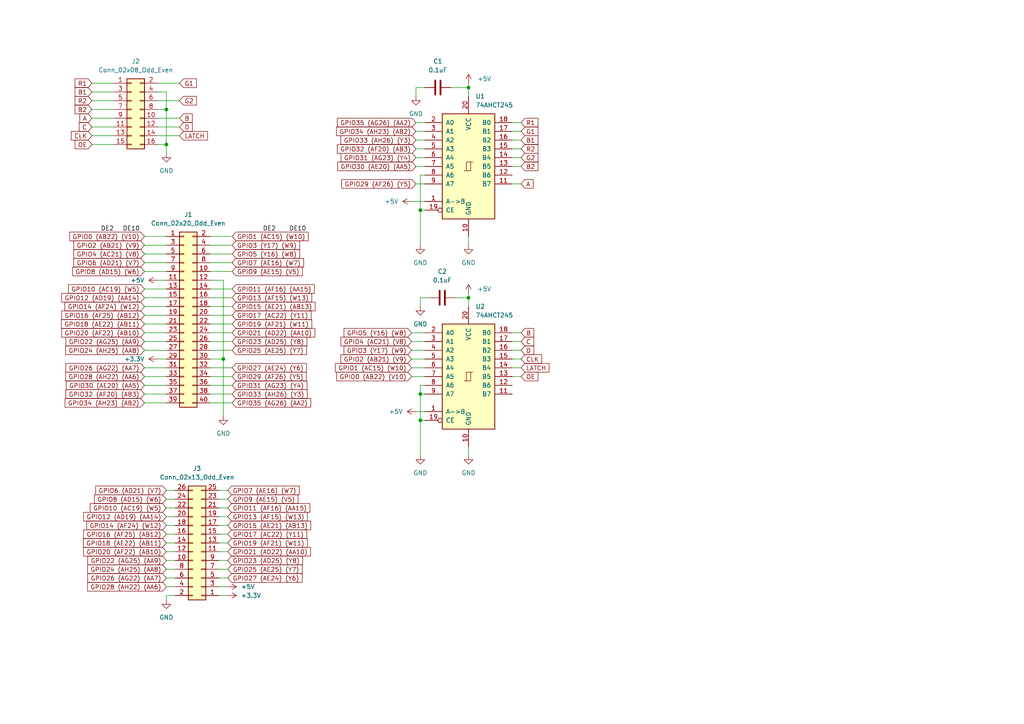
<source format=kicad_sch>
(kicad_sch
	(version 20250114)
	(generator "eeschema")
	(generator_version "9.0")
	(uuid "50f80694-2895-4c6f-bc4b-3427089c781b")
	(paper "A4")
	(lib_symbols
		(symbol "74xx:74LS245"
			(pin_names
				(offset 1.016)
			)
			(exclude_from_sim no)
			(in_bom yes)
			(on_board yes)
			(property "Reference" "U"
				(at -7.62 16.51 0)
				(effects
					(font
						(size 1.27 1.27)
					)
				)
			)
			(property "Value" "74LS245"
				(at -7.62 -16.51 0)
				(effects
					(font
						(size 1.27 1.27)
					)
				)
			)
			(property "Footprint" ""
				(at 0 0 0)
				(effects
					(font
						(size 1.27 1.27)
					)
					(hide yes)
				)
			)
			(property "Datasheet" "http://www.ti.com/lit/gpn/sn74LS245"
				(at 0 0 0)
				(effects
					(font
						(size 1.27 1.27)
					)
					(hide yes)
				)
			)
			(property "Description" "Octal BUS Transceivers, 3-State outputs"
				(at 0 0 0)
				(effects
					(font
						(size 1.27 1.27)
					)
					(hide yes)
				)
			)
			(property "ki_locked" ""
				(at 0 0 0)
				(effects
					(font
						(size 1.27 1.27)
					)
				)
			)
			(property "ki_keywords" "TTL BUS 3State"
				(at 0 0 0)
				(effects
					(font
						(size 1.27 1.27)
					)
					(hide yes)
				)
			)
			(property "ki_fp_filters" "DIP?20*"
				(at 0 0 0)
				(effects
					(font
						(size 1.27 1.27)
					)
					(hide yes)
				)
			)
			(symbol "74LS245_1_0"
				(polyline
					(pts
						(xy -1.27 -1.27) (xy 0.635 -1.27) (xy 0.635 1.27) (xy 1.27 1.27)
					)
					(stroke
						(width 0)
						(type default)
					)
					(fill
						(type none)
					)
				)
				(polyline
					(pts
						(xy -0.635 -1.27) (xy -0.635 1.27) (xy 0.635 1.27)
					)
					(stroke
						(width 0)
						(type default)
					)
					(fill
						(type none)
					)
				)
				(pin tri_state line
					(at -12.7 12.7 0)
					(length 5.08)
					(name "A0"
						(effects
							(font
								(size 1.27 1.27)
							)
						)
					)
					(number "2"
						(effects
							(font
								(size 1.27 1.27)
							)
						)
					)
				)
				(pin tri_state line
					(at -12.7 10.16 0)
					(length 5.08)
					(name "A1"
						(effects
							(font
								(size 1.27 1.27)
							)
						)
					)
					(number "3"
						(effects
							(font
								(size 1.27 1.27)
							)
						)
					)
				)
				(pin tri_state line
					(at -12.7 7.62 0)
					(length 5.08)
					(name "A2"
						(effects
							(font
								(size 1.27 1.27)
							)
						)
					)
					(number "4"
						(effects
							(font
								(size 1.27 1.27)
							)
						)
					)
				)
				(pin tri_state line
					(at -12.7 5.08 0)
					(length 5.08)
					(name "A3"
						(effects
							(font
								(size 1.27 1.27)
							)
						)
					)
					(number "5"
						(effects
							(font
								(size 1.27 1.27)
							)
						)
					)
				)
				(pin tri_state line
					(at -12.7 2.54 0)
					(length 5.08)
					(name "A4"
						(effects
							(font
								(size 1.27 1.27)
							)
						)
					)
					(number "6"
						(effects
							(font
								(size 1.27 1.27)
							)
						)
					)
				)
				(pin tri_state line
					(at -12.7 0 0)
					(length 5.08)
					(name "A5"
						(effects
							(font
								(size 1.27 1.27)
							)
						)
					)
					(number "7"
						(effects
							(font
								(size 1.27 1.27)
							)
						)
					)
				)
				(pin tri_state line
					(at -12.7 -2.54 0)
					(length 5.08)
					(name "A6"
						(effects
							(font
								(size 1.27 1.27)
							)
						)
					)
					(number "8"
						(effects
							(font
								(size 1.27 1.27)
							)
						)
					)
				)
				(pin tri_state line
					(at -12.7 -5.08 0)
					(length 5.08)
					(name "A7"
						(effects
							(font
								(size 1.27 1.27)
							)
						)
					)
					(number "9"
						(effects
							(font
								(size 1.27 1.27)
							)
						)
					)
				)
				(pin input line
					(at -12.7 -10.16 0)
					(length 5.08)
					(name "A->B"
						(effects
							(font
								(size 1.27 1.27)
							)
						)
					)
					(number "1"
						(effects
							(font
								(size 1.27 1.27)
							)
						)
					)
				)
				(pin input inverted
					(at -12.7 -12.7 0)
					(length 5.08)
					(name "CE"
						(effects
							(font
								(size 1.27 1.27)
							)
						)
					)
					(number "19"
						(effects
							(font
								(size 1.27 1.27)
							)
						)
					)
				)
				(pin power_in line
					(at 0 20.32 270)
					(length 5.08)
					(name "VCC"
						(effects
							(font
								(size 1.27 1.27)
							)
						)
					)
					(number "20"
						(effects
							(font
								(size 1.27 1.27)
							)
						)
					)
				)
				(pin power_in line
					(at 0 -20.32 90)
					(length 5.08)
					(name "GND"
						(effects
							(font
								(size 1.27 1.27)
							)
						)
					)
					(number "10"
						(effects
							(font
								(size 1.27 1.27)
							)
						)
					)
				)
				(pin tri_state line
					(at 12.7 12.7 180)
					(length 5.08)
					(name "B0"
						(effects
							(font
								(size 1.27 1.27)
							)
						)
					)
					(number "18"
						(effects
							(font
								(size 1.27 1.27)
							)
						)
					)
				)
				(pin tri_state line
					(at 12.7 10.16 180)
					(length 5.08)
					(name "B1"
						(effects
							(font
								(size 1.27 1.27)
							)
						)
					)
					(number "17"
						(effects
							(font
								(size 1.27 1.27)
							)
						)
					)
				)
				(pin tri_state line
					(at 12.7 7.62 180)
					(length 5.08)
					(name "B2"
						(effects
							(font
								(size 1.27 1.27)
							)
						)
					)
					(number "16"
						(effects
							(font
								(size 1.27 1.27)
							)
						)
					)
				)
				(pin tri_state line
					(at 12.7 5.08 180)
					(length 5.08)
					(name "B3"
						(effects
							(font
								(size 1.27 1.27)
							)
						)
					)
					(number "15"
						(effects
							(font
								(size 1.27 1.27)
							)
						)
					)
				)
				(pin tri_state line
					(at 12.7 2.54 180)
					(length 5.08)
					(name "B4"
						(effects
							(font
								(size 1.27 1.27)
							)
						)
					)
					(number "14"
						(effects
							(font
								(size 1.27 1.27)
							)
						)
					)
				)
				(pin tri_state line
					(at 12.7 0 180)
					(length 5.08)
					(name "B5"
						(effects
							(font
								(size 1.27 1.27)
							)
						)
					)
					(number "13"
						(effects
							(font
								(size 1.27 1.27)
							)
						)
					)
				)
				(pin tri_state line
					(at 12.7 -2.54 180)
					(length 5.08)
					(name "B6"
						(effects
							(font
								(size 1.27 1.27)
							)
						)
					)
					(number "12"
						(effects
							(font
								(size 1.27 1.27)
							)
						)
					)
				)
				(pin tri_state line
					(at 12.7 -5.08 180)
					(length 5.08)
					(name "B7"
						(effects
							(font
								(size 1.27 1.27)
							)
						)
					)
					(number "11"
						(effects
							(font
								(size 1.27 1.27)
							)
						)
					)
				)
			)
			(symbol "74LS245_1_1"
				(rectangle
					(start -7.62 15.24)
					(end 7.62 -15.24)
					(stroke
						(width 0.254)
						(type default)
					)
					(fill
						(type background)
					)
				)
			)
			(embedded_fonts no)
		)
		(symbol "Connector_Generic:Conn_02x08_Odd_Even"
			(pin_names
				(offset 1.016)
				(hide yes)
			)
			(exclude_from_sim no)
			(in_bom yes)
			(on_board yes)
			(property "Reference" "J"
				(at 1.27 10.16 0)
				(effects
					(font
						(size 1.27 1.27)
					)
				)
			)
			(property "Value" "Conn_02x08_Odd_Even"
				(at 1.27 -12.7 0)
				(effects
					(font
						(size 1.27 1.27)
					)
				)
			)
			(property "Footprint" ""
				(at 0 0 0)
				(effects
					(font
						(size 1.27 1.27)
					)
					(hide yes)
				)
			)
			(property "Datasheet" "~"
				(at 0 0 0)
				(effects
					(font
						(size 1.27 1.27)
					)
					(hide yes)
				)
			)
			(property "Description" "Generic connector, double row, 02x08, odd/even pin numbering scheme (row 1 odd numbers, row 2 even numbers), script generated (kicad-library-utils/schlib/autogen/connector/)"
				(at 0 0 0)
				(effects
					(font
						(size 1.27 1.27)
					)
					(hide yes)
				)
			)
			(property "ki_keywords" "connector"
				(at 0 0 0)
				(effects
					(font
						(size 1.27 1.27)
					)
					(hide yes)
				)
			)
			(property "ki_fp_filters" "Connector*:*_2x??_*"
				(at 0 0 0)
				(effects
					(font
						(size 1.27 1.27)
					)
					(hide yes)
				)
			)
			(symbol "Conn_02x08_Odd_Even_1_1"
				(rectangle
					(start -1.27 8.89)
					(end 3.81 -11.43)
					(stroke
						(width 0.254)
						(type default)
					)
					(fill
						(type background)
					)
				)
				(rectangle
					(start -1.27 7.747)
					(end 0 7.493)
					(stroke
						(width 0.1524)
						(type default)
					)
					(fill
						(type none)
					)
				)
				(rectangle
					(start -1.27 5.207)
					(end 0 4.953)
					(stroke
						(width 0.1524)
						(type default)
					)
					(fill
						(type none)
					)
				)
				(rectangle
					(start -1.27 2.667)
					(end 0 2.413)
					(stroke
						(width 0.1524)
						(type default)
					)
					(fill
						(type none)
					)
				)
				(rectangle
					(start -1.27 0.127)
					(end 0 -0.127)
					(stroke
						(width 0.1524)
						(type default)
					)
					(fill
						(type none)
					)
				)
				(rectangle
					(start -1.27 -2.413)
					(end 0 -2.667)
					(stroke
						(width 0.1524)
						(type default)
					)
					(fill
						(type none)
					)
				)
				(rectangle
					(start -1.27 -4.953)
					(end 0 -5.207)
					(stroke
						(width 0.1524)
						(type default)
					)
					(fill
						(type none)
					)
				)
				(rectangle
					(start -1.27 -7.493)
					(end 0 -7.747)
					(stroke
						(width 0.1524)
						(type default)
					)
					(fill
						(type none)
					)
				)
				(rectangle
					(start -1.27 -10.033)
					(end 0 -10.287)
					(stroke
						(width 0.1524)
						(type default)
					)
					(fill
						(type none)
					)
				)
				(rectangle
					(start 3.81 7.747)
					(end 2.54 7.493)
					(stroke
						(width 0.1524)
						(type default)
					)
					(fill
						(type none)
					)
				)
				(rectangle
					(start 3.81 5.207)
					(end 2.54 4.953)
					(stroke
						(width 0.1524)
						(type default)
					)
					(fill
						(type none)
					)
				)
				(rectangle
					(start 3.81 2.667)
					(end 2.54 2.413)
					(stroke
						(width 0.1524)
						(type default)
					)
					(fill
						(type none)
					)
				)
				(rectangle
					(start 3.81 0.127)
					(end 2.54 -0.127)
					(stroke
						(width 0.1524)
						(type default)
					)
					(fill
						(type none)
					)
				)
				(rectangle
					(start 3.81 -2.413)
					(end 2.54 -2.667)
					(stroke
						(width 0.1524)
						(type default)
					)
					(fill
						(type none)
					)
				)
				(rectangle
					(start 3.81 -4.953)
					(end 2.54 -5.207)
					(stroke
						(width 0.1524)
						(type default)
					)
					(fill
						(type none)
					)
				)
				(rectangle
					(start 3.81 -7.493)
					(end 2.54 -7.747)
					(stroke
						(width 0.1524)
						(type default)
					)
					(fill
						(type none)
					)
				)
				(rectangle
					(start 3.81 -10.033)
					(end 2.54 -10.287)
					(stroke
						(width 0.1524)
						(type default)
					)
					(fill
						(type none)
					)
				)
				(pin passive line
					(at -5.08 7.62 0)
					(length 3.81)
					(name "Pin_1"
						(effects
							(font
								(size 1.27 1.27)
							)
						)
					)
					(number "1"
						(effects
							(font
								(size 1.27 1.27)
							)
						)
					)
				)
				(pin passive line
					(at -5.08 5.08 0)
					(length 3.81)
					(name "Pin_3"
						(effects
							(font
								(size 1.27 1.27)
							)
						)
					)
					(number "3"
						(effects
							(font
								(size 1.27 1.27)
							)
						)
					)
				)
				(pin passive line
					(at -5.08 2.54 0)
					(length 3.81)
					(name "Pin_5"
						(effects
							(font
								(size 1.27 1.27)
							)
						)
					)
					(number "5"
						(effects
							(font
								(size 1.27 1.27)
							)
						)
					)
				)
				(pin passive line
					(at -5.08 0 0)
					(length 3.81)
					(name "Pin_7"
						(effects
							(font
								(size 1.27 1.27)
							)
						)
					)
					(number "7"
						(effects
							(font
								(size 1.27 1.27)
							)
						)
					)
				)
				(pin passive line
					(at -5.08 -2.54 0)
					(length 3.81)
					(name "Pin_9"
						(effects
							(font
								(size 1.27 1.27)
							)
						)
					)
					(number "9"
						(effects
							(font
								(size 1.27 1.27)
							)
						)
					)
				)
				(pin passive line
					(at -5.08 -5.08 0)
					(length 3.81)
					(name "Pin_11"
						(effects
							(font
								(size 1.27 1.27)
							)
						)
					)
					(number "11"
						(effects
							(font
								(size 1.27 1.27)
							)
						)
					)
				)
				(pin passive line
					(at -5.08 -7.62 0)
					(length 3.81)
					(name "Pin_13"
						(effects
							(font
								(size 1.27 1.27)
							)
						)
					)
					(number "13"
						(effects
							(font
								(size 1.27 1.27)
							)
						)
					)
				)
				(pin passive line
					(at -5.08 -10.16 0)
					(length 3.81)
					(name "Pin_15"
						(effects
							(font
								(size 1.27 1.27)
							)
						)
					)
					(number "15"
						(effects
							(font
								(size 1.27 1.27)
							)
						)
					)
				)
				(pin passive line
					(at 7.62 7.62 180)
					(length 3.81)
					(name "Pin_2"
						(effects
							(font
								(size 1.27 1.27)
							)
						)
					)
					(number "2"
						(effects
							(font
								(size 1.27 1.27)
							)
						)
					)
				)
				(pin passive line
					(at 7.62 5.08 180)
					(length 3.81)
					(name "Pin_4"
						(effects
							(font
								(size 1.27 1.27)
							)
						)
					)
					(number "4"
						(effects
							(font
								(size 1.27 1.27)
							)
						)
					)
				)
				(pin passive line
					(at 7.62 2.54 180)
					(length 3.81)
					(name "Pin_6"
						(effects
							(font
								(size 1.27 1.27)
							)
						)
					)
					(number "6"
						(effects
							(font
								(size 1.27 1.27)
							)
						)
					)
				)
				(pin passive line
					(at 7.62 0 180)
					(length 3.81)
					(name "Pin_8"
						(effects
							(font
								(size 1.27 1.27)
							)
						)
					)
					(number "8"
						(effects
							(font
								(size 1.27 1.27)
							)
						)
					)
				)
				(pin passive line
					(at 7.62 -2.54 180)
					(length 3.81)
					(name "Pin_10"
						(effects
							(font
								(size 1.27 1.27)
							)
						)
					)
					(number "10"
						(effects
							(font
								(size 1.27 1.27)
							)
						)
					)
				)
				(pin passive line
					(at 7.62 -5.08 180)
					(length 3.81)
					(name "Pin_12"
						(effects
							(font
								(size 1.27 1.27)
							)
						)
					)
					(number "12"
						(effects
							(font
								(size 1.27 1.27)
							)
						)
					)
				)
				(pin passive line
					(at 7.62 -7.62 180)
					(length 3.81)
					(name "Pin_14"
						(effects
							(font
								(size 1.27 1.27)
							)
						)
					)
					(number "14"
						(effects
							(font
								(size 1.27 1.27)
							)
						)
					)
				)
				(pin passive line
					(at 7.62 -10.16 180)
					(length 3.81)
					(name "Pin_16"
						(effects
							(font
								(size 1.27 1.27)
							)
						)
					)
					(number "16"
						(effects
							(font
								(size 1.27 1.27)
							)
						)
					)
				)
			)
			(embedded_fonts no)
		)
		(symbol "Connector_Generic:Conn_02x13_Odd_Even"
			(pin_names
				(offset 1.016)
				(hide yes)
			)
			(exclude_from_sim no)
			(in_bom yes)
			(on_board yes)
			(property "Reference" "J"
				(at 1.27 17.78 0)
				(effects
					(font
						(size 1.27 1.27)
					)
				)
			)
			(property "Value" "Conn_02x13_Odd_Even"
				(at 1.27 -17.78 0)
				(effects
					(font
						(size 1.27 1.27)
					)
				)
			)
			(property "Footprint" ""
				(at 0 0 0)
				(effects
					(font
						(size 1.27 1.27)
					)
					(hide yes)
				)
			)
			(property "Datasheet" "~"
				(at 0 0 0)
				(effects
					(font
						(size 1.27 1.27)
					)
					(hide yes)
				)
			)
			(property "Description" "Generic connector, double row, 02x13, odd/even pin numbering scheme (row 1 odd numbers, row 2 even numbers), script generated (kicad-library-utils/schlib/autogen/connector/)"
				(at 0 0 0)
				(effects
					(font
						(size 1.27 1.27)
					)
					(hide yes)
				)
			)
			(property "ki_keywords" "connector"
				(at 0 0 0)
				(effects
					(font
						(size 1.27 1.27)
					)
					(hide yes)
				)
			)
			(property "ki_fp_filters" "Connector*:*_2x??_*"
				(at 0 0 0)
				(effects
					(font
						(size 1.27 1.27)
					)
					(hide yes)
				)
			)
			(symbol "Conn_02x13_Odd_Even_1_1"
				(rectangle
					(start -1.27 16.51)
					(end 3.81 -16.51)
					(stroke
						(width 0.254)
						(type default)
					)
					(fill
						(type background)
					)
				)
				(rectangle
					(start -1.27 15.367)
					(end 0 15.113)
					(stroke
						(width 0.1524)
						(type default)
					)
					(fill
						(type none)
					)
				)
				(rectangle
					(start -1.27 12.827)
					(end 0 12.573)
					(stroke
						(width 0.1524)
						(type default)
					)
					(fill
						(type none)
					)
				)
				(rectangle
					(start -1.27 10.287)
					(end 0 10.033)
					(stroke
						(width 0.1524)
						(type default)
					)
					(fill
						(type none)
					)
				)
				(rectangle
					(start -1.27 7.747)
					(end 0 7.493)
					(stroke
						(width 0.1524)
						(type default)
					)
					(fill
						(type none)
					)
				)
				(rectangle
					(start -1.27 5.207)
					(end 0 4.953)
					(stroke
						(width 0.1524)
						(type default)
					)
					(fill
						(type none)
					)
				)
				(rectangle
					(start -1.27 2.667)
					(end 0 2.413)
					(stroke
						(width 0.1524)
						(type default)
					)
					(fill
						(type none)
					)
				)
				(rectangle
					(start -1.27 0.127)
					(end 0 -0.127)
					(stroke
						(width 0.1524)
						(type default)
					)
					(fill
						(type none)
					)
				)
				(rectangle
					(start -1.27 -2.413)
					(end 0 -2.667)
					(stroke
						(width 0.1524)
						(type default)
					)
					(fill
						(type none)
					)
				)
				(rectangle
					(start -1.27 -4.953)
					(end 0 -5.207)
					(stroke
						(width 0.1524)
						(type default)
					)
					(fill
						(type none)
					)
				)
				(rectangle
					(start -1.27 -7.493)
					(end 0 -7.747)
					(stroke
						(width 0.1524)
						(type default)
					)
					(fill
						(type none)
					)
				)
				(rectangle
					(start -1.27 -10.033)
					(end 0 -10.287)
					(stroke
						(width 0.1524)
						(type default)
					)
					(fill
						(type none)
					)
				)
				(rectangle
					(start -1.27 -12.573)
					(end 0 -12.827)
					(stroke
						(width 0.1524)
						(type default)
					)
					(fill
						(type none)
					)
				)
				(rectangle
					(start -1.27 -15.113)
					(end 0 -15.367)
					(stroke
						(width 0.1524)
						(type default)
					)
					(fill
						(type none)
					)
				)
				(rectangle
					(start 3.81 15.367)
					(end 2.54 15.113)
					(stroke
						(width 0.1524)
						(type default)
					)
					(fill
						(type none)
					)
				)
				(rectangle
					(start 3.81 12.827)
					(end 2.54 12.573)
					(stroke
						(width 0.1524)
						(type default)
					)
					(fill
						(type none)
					)
				)
				(rectangle
					(start 3.81 10.287)
					(end 2.54 10.033)
					(stroke
						(width 0.1524)
						(type default)
					)
					(fill
						(type none)
					)
				)
				(rectangle
					(start 3.81 7.747)
					(end 2.54 7.493)
					(stroke
						(width 0.1524)
						(type default)
					)
					(fill
						(type none)
					)
				)
				(rectangle
					(start 3.81 5.207)
					(end 2.54 4.953)
					(stroke
						(width 0.1524)
						(type default)
					)
					(fill
						(type none)
					)
				)
				(rectangle
					(start 3.81 2.667)
					(end 2.54 2.413)
					(stroke
						(width 0.1524)
						(type default)
					)
					(fill
						(type none)
					)
				)
				(rectangle
					(start 3.81 0.127)
					(end 2.54 -0.127)
					(stroke
						(width 0.1524)
						(type default)
					)
					(fill
						(type none)
					)
				)
				(rectangle
					(start 3.81 -2.413)
					(end 2.54 -2.667)
					(stroke
						(width 0.1524)
						(type default)
					)
					(fill
						(type none)
					)
				)
				(rectangle
					(start 3.81 -4.953)
					(end 2.54 -5.207)
					(stroke
						(width 0.1524)
						(type default)
					)
					(fill
						(type none)
					)
				)
				(rectangle
					(start 3.81 -7.493)
					(end 2.54 -7.747)
					(stroke
						(width 0.1524)
						(type default)
					)
					(fill
						(type none)
					)
				)
				(rectangle
					(start 3.81 -10.033)
					(end 2.54 -10.287)
					(stroke
						(width 0.1524)
						(type default)
					)
					(fill
						(type none)
					)
				)
				(rectangle
					(start 3.81 -12.573)
					(end 2.54 -12.827)
					(stroke
						(width 0.1524)
						(type default)
					)
					(fill
						(type none)
					)
				)
				(rectangle
					(start 3.81 -15.113)
					(end 2.54 -15.367)
					(stroke
						(width 0.1524)
						(type default)
					)
					(fill
						(type none)
					)
				)
				(pin passive line
					(at -5.08 15.24 0)
					(length 3.81)
					(name "Pin_1"
						(effects
							(font
								(size 1.27 1.27)
							)
						)
					)
					(number "1"
						(effects
							(font
								(size 1.27 1.27)
							)
						)
					)
				)
				(pin passive line
					(at -5.08 12.7 0)
					(length 3.81)
					(name "Pin_3"
						(effects
							(font
								(size 1.27 1.27)
							)
						)
					)
					(number "3"
						(effects
							(font
								(size 1.27 1.27)
							)
						)
					)
				)
				(pin passive line
					(at -5.08 10.16 0)
					(length 3.81)
					(name "Pin_5"
						(effects
							(font
								(size 1.27 1.27)
							)
						)
					)
					(number "5"
						(effects
							(font
								(size 1.27 1.27)
							)
						)
					)
				)
				(pin passive line
					(at -5.08 7.62 0)
					(length 3.81)
					(name "Pin_7"
						(effects
							(font
								(size 1.27 1.27)
							)
						)
					)
					(number "7"
						(effects
							(font
								(size 1.27 1.27)
							)
						)
					)
				)
				(pin passive line
					(at -5.08 5.08 0)
					(length 3.81)
					(name "Pin_9"
						(effects
							(font
								(size 1.27 1.27)
							)
						)
					)
					(number "9"
						(effects
							(font
								(size 1.27 1.27)
							)
						)
					)
				)
				(pin passive line
					(at -5.08 2.54 0)
					(length 3.81)
					(name "Pin_11"
						(effects
							(font
								(size 1.27 1.27)
							)
						)
					)
					(number "11"
						(effects
							(font
								(size 1.27 1.27)
							)
						)
					)
				)
				(pin passive line
					(at -5.08 0 0)
					(length 3.81)
					(name "Pin_13"
						(effects
							(font
								(size 1.27 1.27)
							)
						)
					)
					(number "13"
						(effects
							(font
								(size 1.27 1.27)
							)
						)
					)
				)
				(pin passive line
					(at -5.08 -2.54 0)
					(length 3.81)
					(name "Pin_15"
						(effects
							(font
								(size 1.27 1.27)
							)
						)
					)
					(number "15"
						(effects
							(font
								(size 1.27 1.27)
							)
						)
					)
				)
				(pin passive line
					(at -5.08 -5.08 0)
					(length 3.81)
					(name "Pin_17"
						(effects
							(font
								(size 1.27 1.27)
							)
						)
					)
					(number "17"
						(effects
							(font
								(size 1.27 1.27)
							)
						)
					)
				)
				(pin passive line
					(at -5.08 -7.62 0)
					(length 3.81)
					(name "Pin_19"
						(effects
							(font
								(size 1.27 1.27)
							)
						)
					)
					(number "19"
						(effects
							(font
								(size 1.27 1.27)
							)
						)
					)
				)
				(pin passive line
					(at -5.08 -10.16 0)
					(length 3.81)
					(name "Pin_21"
						(effects
							(font
								(size 1.27 1.27)
							)
						)
					)
					(number "21"
						(effects
							(font
								(size 1.27 1.27)
							)
						)
					)
				)
				(pin passive line
					(at -5.08 -12.7 0)
					(length 3.81)
					(name "Pin_23"
						(effects
							(font
								(size 1.27 1.27)
							)
						)
					)
					(number "23"
						(effects
							(font
								(size 1.27 1.27)
							)
						)
					)
				)
				(pin passive line
					(at -5.08 -15.24 0)
					(length 3.81)
					(name "Pin_25"
						(effects
							(font
								(size 1.27 1.27)
							)
						)
					)
					(number "25"
						(effects
							(font
								(size 1.27 1.27)
							)
						)
					)
				)
				(pin passive line
					(at 7.62 15.24 180)
					(length 3.81)
					(name "Pin_2"
						(effects
							(font
								(size 1.27 1.27)
							)
						)
					)
					(number "2"
						(effects
							(font
								(size 1.27 1.27)
							)
						)
					)
				)
				(pin passive line
					(at 7.62 12.7 180)
					(length 3.81)
					(name "Pin_4"
						(effects
							(font
								(size 1.27 1.27)
							)
						)
					)
					(number "4"
						(effects
							(font
								(size 1.27 1.27)
							)
						)
					)
				)
				(pin passive line
					(at 7.62 10.16 180)
					(length 3.81)
					(name "Pin_6"
						(effects
							(font
								(size 1.27 1.27)
							)
						)
					)
					(number "6"
						(effects
							(font
								(size 1.27 1.27)
							)
						)
					)
				)
				(pin passive line
					(at 7.62 7.62 180)
					(length 3.81)
					(name "Pin_8"
						(effects
							(font
								(size 1.27 1.27)
							)
						)
					)
					(number "8"
						(effects
							(font
								(size 1.27 1.27)
							)
						)
					)
				)
				(pin passive line
					(at 7.62 5.08 180)
					(length 3.81)
					(name "Pin_10"
						(effects
							(font
								(size 1.27 1.27)
							)
						)
					)
					(number "10"
						(effects
							(font
								(size 1.27 1.27)
							)
						)
					)
				)
				(pin passive line
					(at 7.62 2.54 180)
					(length 3.81)
					(name "Pin_12"
						(effects
							(font
								(size 1.27 1.27)
							)
						)
					)
					(number "12"
						(effects
							(font
								(size 1.27 1.27)
							)
						)
					)
				)
				(pin passive line
					(at 7.62 0 180)
					(length 3.81)
					(name "Pin_14"
						(effects
							(font
								(size 1.27 1.27)
							)
						)
					)
					(number "14"
						(effects
							(font
								(size 1.27 1.27)
							)
						)
					)
				)
				(pin passive line
					(at 7.62 -2.54 180)
					(length 3.81)
					(name "Pin_16"
						(effects
							(font
								(size 1.27 1.27)
							)
						)
					)
					(number "16"
						(effects
							(font
								(size 1.27 1.27)
							)
						)
					)
				)
				(pin passive line
					(at 7.62 -5.08 180)
					(length 3.81)
					(name "Pin_18"
						(effects
							(font
								(size 1.27 1.27)
							)
						)
					)
					(number "18"
						(effects
							(font
								(size 1.27 1.27)
							)
						)
					)
				)
				(pin passive line
					(at 7.62 -7.62 180)
					(length 3.81)
					(name "Pin_20"
						(effects
							(font
								(size 1.27 1.27)
							)
						)
					)
					(number "20"
						(effects
							(font
								(size 1.27 1.27)
							)
						)
					)
				)
				(pin passive line
					(at 7.62 -10.16 180)
					(length 3.81)
					(name "Pin_22"
						(effects
							(font
								(size 1.27 1.27)
							)
						)
					)
					(number "22"
						(effects
							(font
								(size 1.27 1.27)
							)
						)
					)
				)
				(pin passive line
					(at 7.62 -12.7 180)
					(length 3.81)
					(name "Pin_24"
						(effects
							(font
								(size 1.27 1.27)
							)
						)
					)
					(number "24"
						(effects
							(font
								(size 1.27 1.27)
							)
						)
					)
				)
				(pin passive line
					(at 7.62 -15.24 180)
					(length 3.81)
					(name "Pin_26"
						(effects
							(font
								(size 1.27 1.27)
							)
						)
					)
					(number "26"
						(effects
							(font
								(size 1.27 1.27)
							)
						)
					)
				)
			)
			(embedded_fonts no)
		)
		(symbol "Connector_Generic:Conn_02x20_Odd_Even"
			(pin_names
				(offset 1.016)
				(hide yes)
			)
			(exclude_from_sim no)
			(in_bom yes)
			(on_board yes)
			(property "Reference" "J"
				(at 1.27 25.4 0)
				(effects
					(font
						(size 1.27 1.27)
					)
				)
			)
			(property "Value" "Conn_02x20_Odd_Even"
				(at 1.27 -27.94 0)
				(effects
					(font
						(size 1.27 1.27)
					)
				)
			)
			(property "Footprint" ""
				(at 0 0 0)
				(effects
					(font
						(size 1.27 1.27)
					)
					(hide yes)
				)
			)
			(property "Datasheet" "~"
				(at 0 0 0)
				(effects
					(font
						(size 1.27 1.27)
					)
					(hide yes)
				)
			)
			(property "Description" "Generic connector, double row, 02x20, odd/even pin numbering scheme (row 1 odd numbers, row 2 even numbers), script generated (kicad-library-utils/schlib/autogen/connector/)"
				(at 0 0 0)
				(effects
					(font
						(size 1.27 1.27)
					)
					(hide yes)
				)
			)
			(property "ki_keywords" "connector"
				(at 0 0 0)
				(effects
					(font
						(size 1.27 1.27)
					)
					(hide yes)
				)
			)
			(property "ki_fp_filters" "Connector*:*_2x??_*"
				(at 0 0 0)
				(effects
					(font
						(size 1.27 1.27)
					)
					(hide yes)
				)
			)
			(symbol "Conn_02x20_Odd_Even_1_1"
				(rectangle
					(start -1.27 24.13)
					(end 3.81 -26.67)
					(stroke
						(width 0.254)
						(type default)
					)
					(fill
						(type background)
					)
				)
				(rectangle
					(start -1.27 22.987)
					(end 0 22.733)
					(stroke
						(width 0.1524)
						(type default)
					)
					(fill
						(type none)
					)
				)
				(rectangle
					(start -1.27 20.447)
					(end 0 20.193)
					(stroke
						(width 0.1524)
						(type default)
					)
					(fill
						(type none)
					)
				)
				(rectangle
					(start -1.27 17.907)
					(end 0 17.653)
					(stroke
						(width 0.1524)
						(type default)
					)
					(fill
						(type none)
					)
				)
				(rectangle
					(start -1.27 15.367)
					(end 0 15.113)
					(stroke
						(width 0.1524)
						(type default)
					)
					(fill
						(type none)
					)
				)
				(rectangle
					(start -1.27 12.827)
					(end 0 12.573)
					(stroke
						(width 0.1524)
						(type default)
					)
					(fill
						(type none)
					)
				)
				(rectangle
					(start -1.27 10.287)
					(end 0 10.033)
					(stroke
						(width 0.1524)
						(type default)
					)
					(fill
						(type none)
					)
				)
				(rectangle
					(start -1.27 7.747)
					(end 0 7.493)
					(stroke
						(width 0.1524)
						(type default)
					)
					(fill
						(type none)
					)
				)
				(rectangle
					(start -1.27 5.207)
					(end 0 4.953)
					(stroke
						(width 0.1524)
						(type default)
					)
					(fill
						(type none)
					)
				)
				(rectangle
					(start -1.27 2.667)
					(end 0 2.413)
					(stroke
						(width 0.1524)
						(type default)
					)
					(fill
						(type none)
					)
				)
				(rectangle
					(start -1.27 0.127)
					(end 0 -0.127)
					(stroke
						(width 0.1524)
						(type default)
					)
					(fill
						(type none)
					)
				)
				(rectangle
					(start -1.27 -2.413)
					(end 0 -2.667)
					(stroke
						(width 0.1524)
						(type default)
					)
					(fill
						(type none)
					)
				)
				(rectangle
					(start -1.27 -4.953)
					(end 0 -5.207)
					(stroke
						(width 0.1524)
						(type default)
					)
					(fill
						(type none)
					)
				)
				(rectangle
					(start -1.27 -7.493)
					(end 0 -7.747)
					(stroke
						(width 0.1524)
						(type default)
					)
					(fill
						(type none)
					)
				)
				(rectangle
					(start -1.27 -10.033)
					(end 0 -10.287)
					(stroke
						(width 0.1524)
						(type default)
					)
					(fill
						(type none)
					)
				)
				(rectangle
					(start -1.27 -12.573)
					(end 0 -12.827)
					(stroke
						(width 0.1524)
						(type default)
					)
					(fill
						(type none)
					)
				)
				(rectangle
					(start -1.27 -15.113)
					(end 0 -15.367)
					(stroke
						(width 0.1524)
						(type default)
					)
					(fill
						(type none)
					)
				)
				(rectangle
					(start -1.27 -17.653)
					(end 0 -17.907)
					(stroke
						(width 0.1524)
						(type default)
					)
					(fill
						(type none)
					)
				)
				(rectangle
					(start -1.27 -20.193)
					(end 0 -20.447)
					(stroke
						(width 0.1524)
						(type default)
					)
					(fill
						(type none)
					)
				)
				(rectangle
					(start -1.27 -22.733)
					(end 0 -22.987)
					(stroke
						(width 0.1524)
						(type default)
					)
					(fill
						(type none)
					)
				)
				(rectangle
					(start -1.27 -25.273)
					(end 0 -25.527)
					(stroke
						(width 0.1524)
						(type default)
					)
					(fill
						(type none)
					)
				)
				(rectangle
					(start 3.81 22.987)
					(end 2.54 22.733)
					(stroke
						(width 0.1524)
						(type default)
					)
					(fill
						(type none)
					)
				)
				(rectangle
					(start 3.81 20.447)
					(end 2.54 20.193)
					(stroke
						(width 0.1524)
						(type default)
					)
					(fill
						(type none)
					)
				)
				(rectangle
					(start 3.81 17.907)
					(end 2.54 17.653)
					(stroke
						(width 0.1524)
						(type default)
					)
					(fill
						(type none)
					)
				)
				(rectangle
					(start 3.81 15.367)
					(end 2.54 15.113)
					(stroke
						(width 0.1524)
						(type default)
					)
					(fill
						(type none)
					)
				)
				(rectangle
					(start 3.81 12.827)
					(end 2.54 12.573)
					(stroke
						(width 0.1524)
						(type default)
					)
					(fill
						(type none)
					)
				)
				(rectangle
					(start 3.81 10.287)
					(end 2.54 10.033)
					(stroke
						(width 0.1524)
						(type default)
					)
					(fill
						(type none)
					)
				)
				(rectangle
					(start 3.81 7.747)
					(end 2.54 7.493)
					(stroke
						(width 0.1524)
						(type default)
					)
					(fill
						(type none)
					)
				)
				(rectangle
					(start 3.81 5.207)
					(end 2.54 4.953)
					(stroke
						(width 0.1524)
						(type default)
					)
					(fill
						(type none)
					)
				)
				(rectangle
					(start 3.81 2.667)
					(end 2.54 2.413)
					(stroke
						(width 0.1524)
						(type default)
					)
					(fill
						(type none)
					)
				)
				(rectangle
					(start 3.81 0.127)
					(end 2.54 -0.127)
					(stroke
						(width 0.1524)
						(type default)
					)
					(fill
						(type none)
					)
				)
				(rectangle
					(start 3.81 -2.413)
					(end 2.54 -2.667)
					(stroke
						(width 0.1524)
						(type default)
					)
					(fill
						(type none)
					)
				)
				(rectangle
					(start 3.81 -4.953)
					(end 2.54 -5.207)
					(stroke
						(width 0.1524)
						(type default)
					)
					(fill
						(type none)
					)
				)
				(rectangle
					(start 3.81 -7.493)
					(end 2.54 -7.747)
					(stroke
						(width 0.1524)
						(type default)
					)
					(fill
						(type none)
					)
				)
				(rectangle
					(start 3.81 -10.033)
					(end 2.54 -10.287)
					(stroke
						(width 0.1524)
						(type default)
					)
					(fill
						(type none)
					)
				)
				(rectangle
					(start 3.81 -12.573)
					(end 2.54 -12.827)
					(stroke
						(width 0.1524)
						(type default)
					)
					(fill
						(type none)
					)
				)
				(rectangle
					(start 3.81 -15.113)
					(end 2.54 -15.367)
					(stroke
						(width 0.1524)
						(type default)
					)
					(fill
						(type none)
					)
				)
				(rectangle
					(start 3.81 -17.653)
					(end 2.54 -17.907)
					(stroke
						(width 0.1524)
						(type default)
					)
					(fill
						(type none)
					)
				)
				(rectangle
					(start 3.81 -20.193)
					(end 2.54 -20.447)
					(stroke
						(width 0.1524)
						(type default)
					)
					(fill
						(type none)
					)
				)
				(rectangle
					(start 3.81 -22.733)
					(end 2.54 -22.987)
					(stroke
						(width 0.1524)
						(type default)
					)
					(fill
						(type none)
					)
				)
				(rectangle
					(start 3.81 -25.273)
					(end 2.54 -25.527)
					(stroke
						(width 0.1524)
						(type default)
					)
					(fill
						(type none)
					)
				)
				(pin passive line
					(at -5.08 22.86 0)
					(length 3.81)
					(name "Pin_1"
						(effects
							(font
								(size 1.27 1.27)
							)
						)
					)
					(number "1"
						(effects
							(font
								(size 1.27 1.27)
							)
						)
					)
				)
				(pin passive line
					(at -5.08 20.32 0)
					(length 3.81)
					(name "Pin_3"
						(effects
							(font
								(size 1.27 1.27)
							)
						)
					)
					(number "3"
						(effects
							(font
								(size 1.27 1.27)
							)
						)
					)
				)
				(pin passive line
					(at -5.08 17.78 0)
					(length 3.81)
					(name "Pin_5"
						(effects
							(font
								(size 1.27 1.27)
							)
						)
					)
					(number "5"
						(effects
							(font
								(size 1.27 1.27)
							)
						)
					)
				)
				(pin passive line
					(at -5.08 15.24 0)
					(length 3.81)
					(name "Pin_7"
						(effects
							(font
								(size 1.27 1.27)
							)
						)
					)
					(number "7"
						(effects
							(font
								(size 1.27 1.27)
							)
						)
					)
				)
				(pin passive line
					(at -5.08 12.7 0)
					(length 3.81)
					(name "Pin_9"
						(effects
							(font
								(size 1.27 1.27)
							)
						)
					)
					(number "9"
						(effects
							(font
								(size 1.27 1.27)
							)
						)
					)
				)
				(pin passive line
					(at -5.08 10.16 0)
					(length 3.81)
					(name "Pin_11"
						(effects
							(font
								(size 1.27 1.27)
							)
						)
					)
					(number "11"
						(effects
							(font
								(size 1.27 1.27)
							)
						)
					)
				)
				(pin passive line
					(at -5.08 7.62 0)
					(length 3.81)
					(name "Pin_13"
						(effects
							(font
								(size 1.27 1.27)
							)
						)
					)
					(number "13"
						(effects
							(font
								(size 1.27 1.27)
							)
						)
					)
				)
				(pin passive line
					(at -5.08 5.08 0)
					(length 3.81)
					(name "Pin_15"
						(effects
							(font
								(size 1.27 1.27)
							)
						)
					)
					(number "15"
						(effects
							(font
								(size 1.27 1.27)
							)
						)
					)
				)
				(pin passive line
					(at -5.08 2.54 0)
					(length 3.81)
					(name "Pin_17"
						(effects
							(font
								(size 1.27 1.27)
							)
						)
					)
					(number "17"
						(effects
							(font
								(size 1.27 1.27)
							)
						)
					)
				)
				(pin passive line
					(at -5.08 0 0)
					(length 3.81)
					(name "Pin_19"
						(effects
							(font
								(size 1.27 1.27)
							)
						)
					)
					(number "19"
						(effects
							(font
								(size 1.27 1.27)
							)
						)
					)
				)
				(pin passive line
					(at -5.08 -2.54 0)
					(length 3.81)
					(name "Pin_21"
						(effects
							(font
								(size 1.27 1.27)
							)
						)
					)
					(number "21"
						(effects
							(font
								(size 1.27 1.27)
							)
						)
					)
				)
				(pin passive line
					(at -5.08 -5.08 0)
					(length 3.81)
					(name "Pin_23"
						(effects
							(font
								(size 1.27 1.27)
							)
						)
					)
					(number "23"
						(effects
							(font
								(size 1.27 1.27)
							)
						)
					)
				)
				(pin passive line
					(at -5.08 -7.62 0)
					(length 3.81)
					(name "Pin_25"
						(effects
							(font
								(size 1.27 1.27)
							)
						)
					)
					(number "25"
						(effects
							(font
								(size 1.27 1.27)
							)
						)
					)
				)
				(pin passive line
					(at -5.08 -10.16 0)
					(length 3.81)
					(name "Pin_27"
						(effects
							(font
								(size 1.27 1.27)
							)
						)
					)
					(number "27"
						(effects
							(font
								(size 1.27 1.27)
							)
						)
					)
				)
				(pin passive line
					(at -5.08 -12.7 0)
					(length 3.81)
					(name "Pin_29"
						(effects
							(font
								(size 1.27 1.27)
							)
						)
					)
					(number "29"
						(effects
							(font
								(size 1.27 1.27)
							)
						)
					)
				)
				(pin passive line
					(at -5.08 -15.24 0)
					(length 3.81)
					(name "Pin_31"
						(effects
							(font
								(size 1.27 1.27)
							)
						)
					)
					(number "31"
						(effects
							(font
								(size 1.27 1.27)
							)
						)
					)
				)
				(pin passive line
					(at -5.08 -17.78 0)
					(length 3.81)
					(name "Pin_33"
						(effects
							(font
								(size 1.27 1.27)
							)
						)
					)
					(number "33"
						(effects
							(font
								(size 1.27 1.27)
							)
						)
					)
				)
				(pin passive line
					(at -5.08 -20.32 0)
					(length 3.81)
					(name "Pin_35"
						(effects
							(font
								(size 1.27 1.27)
							)
						)
					)
					(number "35"
						(effects
							(font
								(size 1.27 1.27)
							)
						)
					)
				)
				(pin passive line
					(at -5.08 -22.86 0)
					(length 3.81)
					(name "Pin_37"
						(effects
							(font
								(size 1.27 1.27)
							)
						)
					)
					(number "37"
						(effects
							(font
								(size 1.27 1.27)
							)
						)
					)
				)
				(pin passive line
					(at -5.08 -25.4 0)
					(length 3.81)
					(name "Pin_39"
						(effects
							(font
								(size 1.27 1.27)
							)
						)
					)
					(number "39"
						(effects
							(font
								(size 1.27 1.27)
							)
						)
					)
				)
				(pin passive line
					(at 7.62 22.86 180)
					(length 3.81)
					(name "Pin_2"
						(effects
							(font
								(size 1.27 1.27)
							)
						)
					)
					(number "2"
						(effects
							(font
								(size 1.27 1.27)
							)
						)
					)
				)
				(pin passive line
					(at 7.62 20.32 180)
					(length 3.81)
					(name "Pin_4"
						(effects
							(font
								(size 1.27 1.27)
							)
						)
					)
					(number "4"
						(effects
							(font
								(size 1.27 1.27)
							)
						)
					)
				)
				(pin passive line
					(at 7.62 17.78 180)
					(length 3.81)
					(name "Pin_6"
						(effects
							(font
								(size 1.27 1.27)
							)
						)
					)
					(number "6"
						(effects
							(font
								(size 1.27 1.27)
							)
						)
					)
				)
				(pin passive line
					(at 7.62 15.24 180)
					(length 3.81)
					(name "Pin_8"
						(effects
							(font
								(size 1.27 1.27)
							)
						)
					)
					(number "8"
						(effects
							(font
								(size 1.27 1.27)
							)
						)
					)
				)
				(pin passive line
					(at 7.62 12.7 180)
					(length 3.81)
					(name "Pin_10"
						(effects
							(font
								(size 1.27 1.27)
							)
						)
					)
					(number "10"
						(effects
							(font
								(size 1.27 1.27)
							)
						)
					)
				)
				(pin passive line
					(at 7.62 10.16 180)
					(length 3.81)
					(name "Pin_12"
						(effects
							(font
								(size 1.27 1.27)
							)
						)
					)
					(number "12"
						(effects
							(font
								(size 1.27 1.27)
							)
						)
					)
				)
				(pin passive line
					(at 7.62 7.62 180)
					(length 3.81)
					(name "Pin_14"
						(effects
							(font
								(size 1.27 1.27)
							)
						)
					)
					(number "14"
						(effects
							(font
								(size 1.27 1.27)
							)
						)
					)
				)
				(pin passive line
					(at 7.62 5.08 180)
					(length 3.81)
					(name "Pin_16"
						(effects
							(font
								(size 1.27 1.27)
							)
						)
					)
					(number "16"
						(effects
							(font
								(size 1.27 1.27)
							)
						)
					)
				)
				(pin passive line
					(at 7.62 2.54 180)
					(length 3.81)
					(name "Pin_18"
						(effects
							(font
								(size 1.27 1.27)
							)
						)
					)
					(number "18"
						(effects
							(font
								(size 1.27 1.27)
							)
						)
					)
				)
				(pin passive line
					(at 7.62 0 180)
					(length 3.81)
					(name "Pin_20"
						(effects
							(font
								(size 1.27 1.27)
							)
						)
					)
					(number "20"
						(effects
							(font
								(size 1.27 1.27)
							)
						)
					)
				)
				(pin passive line
					(at 7.62 -2.54 180)
					(length 3.81)
					(name "Pin_22"
						(effects
							(font
								(size 1.27 1.27)
							)
						)
					)
					(number "22"
						(effects
							(font
								(size 1.27 1.27)
							)
						)
					)
				)
				(pin passive line
					(at 7.62 -5.08 180)
					(length 3.81)
					(name "Pin_24"
						(effects
							(font
								(size 1.27 1.27)
							)
						)
					)
					(number "24"
						(effects
							(font
								(size 1.27 1.27)
							)
						)
					)
				)
				(pin passive line
					(at 7.62 -7.62 180)
					(length 3.81)
					(name "Pin_26"
						(effects
							(font
								(size 1.27 1.27)
							)
						)
					)
					(number "26"
						(effects
							(font
								(size 1.27 1.27)
							)
						)
					)
				)
				(pin passive line
					(at 7.62 -10.16 180)
					(length 3.81)
					(name "Pin_28"
						(effects
							(font
								(size 1.27 1.27)
							)
						)
					)
					(number "28"
						(effects
							(font
								(size 1.27 1.27)
							)
						)
					)
				)
				(pin passive line
					(at 7.62 -12.7 180)
					(length 3.81)
					(name "Pin_30"
						(effects
							(font
								(size 1.27 1.27)
							)
						)
					)
					(number "30"
						(effects
							(font
								(size 1.27 1.27)
							)
						)
					)
				)
				(pin passive line
					(at 7.62 -15.24 180)
					(length 3.81)
					(name "Pin_32"
						(effects
							(font
								(size 1.27 1.27)
							)
						)
					)
					(number "32"
						(effects
							(font
								(size 1.27 1.27)
							)
						)
					)
				)
				(pin passive line
					(at 7.62 -17.78 180)
					(length 3.81)
					(name "Pin_34"
						(effects
							(font
								(size 1.27 1.27)
							)
						)
					)
					(number "34"
						(effects
							(font
								(size 1.27 1.27)
							)
						)
					)
				)
				(pin passive line
					(at 7.62 -20.32 180)
					(length 3.81)
					(name "Pin_36"
						(effects
							(font
								(size 1.27 1.27)
							)
						)
					)
					(number "36"
						(effects
							(font
								(size 1.27 1.27)
							)
						)
					)
				)
				(pin passive line
					(at 7.62 -22.86 180)
					(length 3.81)
					(name "Pin_38"
						(effects
							(font
								(size 1.27 1.27)
							)
						)
					)
					(number "38"
						(effects
							(font
								(size 1.27 1.27)
							)
						)
					)
				)
				(pin passive line
					(at 7.62 -25.4 180)
					(length 3.81)
					(name "Pin_40"
						(effects
							(font
								(size 1.27 1.27)
							)
						)
					)
					(number "40"
						(effects
							(font
								(size 1.27 1.27)
							)
						)
					)
				)
			)
			(embedded_fonts no)
		)
		(symbol "Device:C"
			(pin_numbers
				(hide yes)
			)
			(pin_names
				(offset 0.254)
			)
			(exclude_from_sim no)
			(in_bom yes)
			(on_board yes)
			(property "Reference" "C"
				(at 0.635 2.54 0)
				(effects
					(font
						(size 1.27 1.27)
					)
					(justify left)
				)
			)
			(property "Value" "C"
				(at 0.635 -2.54 0)
				(effects
					(font
						(size 1.27 1.27)
					)
					(justify left)
				)
			)
			(property "Footprint" ""
				(at 0.9652 -3.81 0)
				(effects
					(font
						(size 1.27 1.27)
					)
					(hide yes)
				)
			)
			(property "Datasheet" "~"
				(at 0 0 0)
				(effects
					(font
						(size 1.27 1.27)
					)
					(hide yes)
				)
			)
			(property "Description" "Unpolarized capacitor"
				(at 0 0 0)
				(effects
					(font
						(size 1.27 1.27)
					)
					(hide yes)
				)
			)
			(property "ki_keywords" "cap capacitor"
				(at 0 0 0)
				(effects
					(font
						(size 1.27 1.27)
					)
					(hide yes)
				)
			)
			(property "ki_fp_filters" "C_*"
				(at 0 0 0)
				(effects
					(font
						(size 1.27 1.27)
					)
					(hide yes)
				)
			)
			(symbol "C_0_1"
				(polyline
					(pts
						(xy -2.032 0.762) (xy 2.032 0.762)
					)
					(stroke
						(width 0.508)
						(type default)
					)
					(fill
						(type none)
					)
				)
				(polyline
					(pts
						(xy -2.032 -0.762) (xy 2.032 -0.762)
					)
					(stroke
						(width 0.508)
						(type default)
					)
					(fill
						(type none)
					)
				)
			)
			(symbol "C_1_1"
				(pin passive line
					(at 0 3.81 270)
					(length 2.794)
					(name "~"
						(effects
							(font
								(size 1.27 1.27)
							)
						)
					)
					(number "1"
						(effects
							(font
								(size 1.27 1.27)
							)
						)
					)
				)
				(pin passive line
					(at 0 -3.81 90)
					(length 2.794)
					(name "~"
						(effects
							(font
								(size 1.27 1.27)
							)
						)
					)
					(number "2"
						(effects
							(font
								(size 1.27 1.27)
							)
						)
					)
				)
			)
			(embedded_fonts no)
		)
		(symbol "power:+3.3V"
			(power)
			(pin_names
				(offset 0)
			)
			(exclude_from_sim no)
			(in_bom yes)
			(on_board yes)
			(property "Reference" "#PWR"
				(at 0 -3.81 0)
				(effects
					(font
						(size 1.27 1.27)
					)
					(hide yes)
				)
			)
			(property "Value" "+3.3V"
				(at 0 3.556 0)
				(effects
					(font
						(size 1.27 1.27)
					)
				)
			)
			(property "Footprint" ""
				(at 0 0 0)
				(effects
					(font
						(size 1.27 1.27)
					)
					(hide yes)
				)
			)
			(property "Datasheet" ""
				(at 0 0 0)
				(effects
					(font
						(size 1.27 1.27)
					)
					(hide yes)
				)
			)
			(property "Description" "Power symbol creates a global label with name \"+3.3V\""
				(at 0 0 0)
				(effects
					(font
						(size 1.27 1.27)
					)
					(hide yes)
				)
			)
			(property "ki_keywords" "power-flag"
				(at 0 0 0)
				(effects
					(font
						(size 1.27 1.27)
					)
					(hide yes)
				)
			)
			(symbol "+3.3V_0_1"
				(polyline
					(pts
						(xy -0.762 1.27) (xy 0 2.54)
					)
					(stroke
						(width 0)
						(type default)
					)
					(fill
						(type none)
					)
				)
				(polyline
					(pts
						(xy 0 2.54) (xy 0.762 1.27)
					)
					(stroke
						(width 0)
						(type default)
					)
					(fill
						(type none)
					)
				)
				(polyline
					(pts
						(xy 0 0) (xy 0 2.54)
					)
					(stroke
						(width 0)
						(type default)
					)
					(fill
						(type none)
					)
				)
			)
			(symbol "+3.3V_1_1"
				(pin power_in line
					(at 0 0 90)
					(length 0)
					(hide yes)
					(name "+3.3V"
						(effects
							(font
								(size 1.27 1.27)
							)
						)
					)
					(number "1"
						(effects
							(font
								(size 1.27 1.27)
							)
						)
					)
				)
			)
			(embedded_fonts no)
		)
		(symbol "power:+5V"
			(power)
			(pin_names
				(offset 0)
			)
			(exclude_from_sim no)
			(in_bom yes)
			(on_board yes)
			(property "Reference" "#PWR"
				(at 0 -3.81 0)
				(effects
					(font
						(size 1.27 1.27)
					)
					(hide yes)
				)
			)
			(property "Value" "+5V"
				(at 0 3.556 0)
				(effects
					(font
						(size 1.27 1.27)
					)
				)
			)
			(property "Footprint" ""
				(at 0 0 0)
				(effects
					(font
						(size 1.27 1.27)
					)
					(hide yes)
				)
			)
			(property "Datasheet" ""
				(at 0 0 0)
				(effects
					(font
						(size 1.27 1.27)
					)
					(hide yes)
				)
			)
			(property "Description" "Power symbol creates a global label with name \"+5V\""
				(at 0 0 0)
				(effects
					(font
						(size 1.27 1.27)
					)
					(hide yes)
				)
			)
			(property "ki_keywords" "power-flag"
				(at 0 0 0)
				(effects
					(font
						(size 1.27 1.27)
					)
					(hide yes)
				)
			)
			(symbol "+5V_0_1"
				(polyline
					(pts
						(xy -0.762 1.27) (xy 0 2.54)
					)
					(stroke
						(width 0)
						(type default)
					)
					(fill
						(type none)
					)
				)
				(polyline
					(pts
						(xy 0 2.54) (xy 0.762 1.27)
					)
					(stroke
						(width 0)
						(type default)
					)
					(fill
						(type none)
					)
				)
				(polyline
					(pts
						(xy 0 0) (xy 0 2.54)
					)
					(stroke
						(width 0)
						(type default)
					)
					(fill
						(type none)
					)
				)
			)
			(symbol "+5V_1_1"
				(pin power_in line
					(at 0 0 90)
					(length 0)
					(hide yes)
					(name "+5V"
						(effects
							(font
								(size 1.27 1.27)
							)
						)
					)
					(number "1"
						(effects
							(font
								(size 1.27 1.27)
							)
						)
					)
				)
			)
			(embedded_fonts no)
		)
		(symbol "power:GND"
			(power)
			(pin_names
				(offset 0)
			)
			(exclude_from_sim no)
			(in_bom yes)
			(on_board yes)
			(property "Reference" "#PWR"
				(at 0 -6.35 0)
				(effects
					(font
						(size 1.27 1.27)
					)
					(hide yes)
				)
			)
			(property "Value" "GND"
				(at 0 -3.81 0)
				(effects
					(font
						(size 1.27 1.27)
					)
				)
			)
			(property "Footprint" ""
				(at 0 0 0)
				(effects
					(font
						(size 1.27 1.27)
					)
					(hide yes)
				)
			)
			(property "Datasheet" ""
				(at 0 0 0)
				(effects
					(font
						(size 1.27 1.27)
					)
					(hide yes)
				)
			)
			(property "Description" "Power symbol creates a global label with name \"GND\" , ground"
				(at 0 0 0)
				(effects
					(font
						(size 1.27 1.27)
					)
					(hide yes)
				)
			)
			(property "ki_keywords" "power-flag"
				(at 0 0 0)
				(effects
					(font
						(size 1.27 1.27)
					)
					(hide yes)
				)
			)
			(symbol "GND_0_1"
				(polyline
					(pts
						(xy 0 0) (xy 0 -1.27) (xy 1.27 -1.27) (xy 0 -2.54) (xy -1.27 -1.27) (xy 0 -1.27)
					)
					(stroke
						(width 0)
						(type default)
					)
					(fill
						(type none)
					)
				)
			)
			(symbol "GND_1_1"
				(pin power_in line
					(at 0 0 270)
					(length 0)
					(hide yes)
					(name "GND"
						(effects
							(font
								(size 1.27 1.27)
							)
						)
					)
					(number "1"
						(effects
							(font
								(size 1.27 1.27)
							)
						)
					)
				)
			)
			(embedded_fonts no)
		)
	)
	(junction
		(at 135.89 25.4)
		(diameter 0)
		(color 0 0 0 0)
		(uuid "0ceea321-96a1-44ae-8545-c1bad616a0b8")
	)
	(junction
		(at 121.92 60.96)
		(diameter 0)
		(color 0 0 0 0)
		(uuid "73b78810-02b5-4229-9e2d-628cafceb6ef")
	)
	(junction
		(at 48.26 31.75)
		(diameter 0)
		(color 0 0 0 0)
		(uuid "9909b6fa-c404-4f68-8bb3-006ed025ab79")
	)
	(junction
		(at 121.92 121.92)
		(diameter 0)
		(color 0 0 0 0)
		(uuid "c07ba80e-534f-42c0-abc1-f9fdbe43b908")
	)
	(junction
		(at 135.89 86.36)
		(diameter 0)
		(color 0 0 0 0)
		(uuid "f68af301-c6a3-4a55-90a6-7d47b36b222c")
	)
	(junction
		(at 64.77 104.14)
		(diameter 0)
		(color 0 0 0 0)
		(uuid "feef1a21-26fe-4bb2-8c8b-b5854a940d7b")
	)
	(junction
		(at 121.92 114.3)
		(diameter 0)
		(color 0 0 0 0)
		(uuid "ff31e244-b10d-471f-a6e0-d110fc7a1613")
	)
	(junction
		(at 48.26 41.91)
		(diameter 0)
		(color 0 0 0 0)
		(uuid "ffb91f5f-47f6-4490-a8d4-571f1b5d6611")
	)
	(wire
		(pts
			(xy 48.26 172.72) (xy 48.26 173.99)
		)
		(stroke
			(width 0)
			(type default)
		)
		(uuid "00b5846e-40b8-48f0-8c07-d85e322d69bb")
	)
	(wire
		(pts
			(xy 148.59 43.18) (xy 151.13 43.18)
		)
		(stroke
			(width 0)
			(type default)
		)
		(uuid "0520254c-ff21-485f-b45a-99f995903fae")
	)
	(wire
		(pts
			(xy 60.96 99.06) (xy 67.31 99.06)
		)
		(stroke
			(width 0)
			(type default)
		)
		(uuid "0831fc37-2082-4da7-a6e3-6cb6035daa7f")
	)
	(wire
		(pts
			(xy 48.26 170.18) (xy 50.8 170.18)
		)
		(stroke
			(width 0)
			(type default)
		)
		(uuid "0ab9a7c2-f356-4b7d-91b2-2b82dfbc43f4")
	)
	(wire
		(pts
			(xy 148.59 109.22) (xy 151.13 109.22)
		)
		(stroke
			(width 0)
			(type default)
		)
		(uuid "0f420d48-91e4-4a49-b8c4-6b66e57c0a8f")
	)
	(wire
		(pts
			(xy 48.26 160.02) (xy 50.8 160.02)
		)
		(stroke
			(width 0)
			(type default)
		)
		(uuid "1015b126-fa45-419e-a8e5-b5deacec3296")
	)
	(wire
		(pts
			(xy 60.96 68.58) (xy 67.31 68.58)
		)
		(stroke
			(width 0)
			(type default)
		)
		(uuid "151a780b-1607-4b9f-831d-b4d20f98cdf9")
	)
	(wire
		(pts
			(xy 60.96 111.76) (xy 67.31 111.76)
		)
		(stroke
			(width 0)
			(type default)
		)
		(uuid "15e9c09c-3241-498f-9072-1e61efe18483")
	)
	(wire
		(pts
			(xy 120.65 43.18) (xy 123.19 43.18)
		)
		(stroke
			(width 0)
			(type default)
		)
		(uuid "163268e6-4d5c-424c-a1bf-683ac92b11de")
	)
	(wire
		(pts
			(xy 41.91 91.44) (xy 48.26 91.44)
		)
		(stroke
			(width 0)
			(type default)
		)
		(uuid "16ba2830-5bfb-45af-85cc-65451d7aa166")
	)
	(wire
		(pts
			(xy 63.5 170.18) (xy 66.04 170.18)
		)
		(stroke
			(width 0)
			(type default)
		)
		(uuid "1a3e2c91-132a-4322-b87d-a1cbcb2c27c8")
	)
	(wire
		(pts
			(xy 41.91 76.2) (xy 48.26 76.2)
		)
		(stroke
			(width 0)
			(type default)
		)
		(uuid "1ba41c97-6aae-4534-8f1d-428a563c2f20")
	)
	(wire
		(pts
			(xy 60.96 81.28) (xy 64.77 81.28)
		)
		(stroke
			(width 0)
			(type default)
		)
		(uuid "1be7be97-c1ab-439f-adb5-e5f67ed88a95")
	)
	(wire
		(pts
			(xy 48.26 167.64) (xy 50.8 167.64)
		)
		(stroke
			(width 0)
			(type default)
		)
		(uuid "1fe97479-dd05-4b76-a0a7-bf3e1518fab8")
	)
	(wire
		(pts
			(xy 120.65 40.64) (xy 123.19 40.64)
		)
		(stroke
			(width 0)
			(type default)
		)
		(uuid "20d9ed41-575a-453b-ba67-9581f608b0ac")
	)
	(wire
		(pts
			(xy 132.08 86.36) (xy 135.89 86.36)
		)
		(stroke
			(width 0)
			(type default)
		)
		(uuid "24acf516-0ed7-460d-87c4-0c4973a21c91")
	)
	(wire
		(pts
			(xy 41.91 106.68) (xy 48.26 106.68)
		)
		(stroke
			(width 0)
			(type default)
		)
		(uuid "26182142-b43f-4187-9ff7-80ca3728c914")
	)
	(wire
		(pts
			(xy 48.26 149.86) (xy 50.8 149.86)
		)
		(stroke
			(width 0)
			(type default)
		)
		(uuid "28575ed6-8f0b-4246-b7d9-89f1c54ba53c")
	)
	(wire
		(pts
			(xy 121.92 121.92) (xy 121.92 132.08)
		)
		(stroke
			(width 0)
			(type default)
		)
		(uuid "29bea3fc-2444-442a-bc78-b584c9050cd3")
	)
	(wire
		(pts
			(xy 60.96 76.2) (xy 67.31 76.2)
		)
		(stroke
			(width 0)
			(type default)
		)
		(uuid "2c0eef7f-3310-4d30-8ca7-c64bd2479471")
	)
	(wire
		(pts
			(xy 123.19 25.4) (xy 120.65 25.4)
		)
		(stroke
			(width 0)
			(type default)
		)
		(uuid "2c8f7e2d-79cc-421d-b7ae-6865511d7592")
	)
	(wire
		(pts
			(xy 148.59 35.56) (xy 151.13 35.56)
		)
		(stroke
			(width 0)
			(type default)
		)
		(uuid "301fb3bb-4c47-4e16-9b24-402b27e1d064")
	)
	(wire
		(pts
			(xy 130.81 25.4) (xy 135.89 25.4)
		)
		(stroke
			(width 0)
			(type default)
		)
		(uuid "30ab129f-332c-4e26-9230-760ea1322710")
	)
	(wire
		(pts
			(xy 63.5 149.86) (xy 66.04 149.86)
		)
		(stroke
			(width 0)
			(type default)
		)
		(uuid "3142ed73-8292-498e-83ba-54228df3128d")
	)
	(wire
		(pts
			(xy 60.96 104.14) (xy 64.77 104.14)
		)
		(stroke
			(width 0)
			(type default)
		)
		(uuid "32407748-d4af-426d-856f-c303f1f31b0c")
	)
	(wire
		(pts
			(xy 123.19 121.92) (xy 121.92 121.92)
		)
		(stroke
			(width 0)
			(type default)
		)
		(uuid "384a4c78-a377-41e5-bdf3-4cca46717094")
	)
	(wire
		(pts
			(xy 41.91 68.58) (xy 48.26 68.58)
		)
		(stroke
			(width 0)
			(type default)
		)
		(uuid "3ae5bf12-e649-45ba-a45a-fb5ab076732d")
	)
	(wire
		(pts
			(xy 60.96 78.74) (xy 67.31 78.74)
		)
		(stroke
			(width 0)
			(type default)
		)
		(uuid "3ce7401a-9074-4f83-a325-9991d022e802")
	)
	(wire
		(pts
			(xy 60.96 93.98) (xy 67.31 93.98)
		)
		(stroke
			(width 0)
			(type default)
		)
		(uuid "3ef2587a-71b6-4ddf-8bda-b21a3fbdc122")
	)
	(wire
		(pts
			(xy 121.92 114.3) (xy 121.92 121.92)
		)
		(stroke
			(width 0)
			(type default)
		)
		(uuid "423a95f6-1653-4ea5-904d-b941d0f4b732")
	)
	(wire
		(pts
			(xy 45.72 81.28) (xy 48.26 81.28)
		)
		(stroke
			(width 0)
			(type default)
		)
		(uuid "4291396d-b747-4e1e-ae3d-378c770610d3")
	)
	(wire
		(pts
			(xy 120.65 45.72) (xy 123.19 45.72)
		)
		(stroke
			(width 0)
			(type default)
		)
		(uuid "448de61c-25ba-4195-aa0d-bbcc5190383d")
	)
	(wire
		(pts
			(xy 48.26 154.94) (xy 50.8 154.94)
		)
		(stroke
			(width 0)
			(type default)
		)
		(uuid "4b3e8bad-fbc6-45ba-81ba-c16d75724d81")
	)
	(wire
		(pts
			(xy 148.59 104.14) (xy 151.13 104.14)
		)
		(stroke
			(width 0)
			(type default)
		)
		(uuid "4dd61cc5-9b7b-437e-85fd-ea454525a161")
	)
	(wire
		(pts
			(xy 148.59 45.72) (xy 151.13 45.72)
		)
		(stroke
			(width 0)
			(type default)
		)
		(uuid "500e4a70-ad19-4a75-bba8-e16bd8fc247e")
	)
	(wire
		(pts
			(xy 41.91 99.06) (xy 48.26 99.06)
		)
		(stroke
			(width 0)
			(type default)
		)
		(uuid "5036e48f-dc2d-4bf2-a1a0-61cd488ea49b")
	)
	(wire
		(pts
			(xy 119.38 104.14) (xy 123.19 104.14)
		)
		(stroke
			(width 0)
			(type default)
		)
		(uuid "520e815e-0e4e-4ad2-a2dd-8f3da26dcccb")
	)
	(wire
		(pts
			(xy 48.26 165.1) (xy 50.8 165.1)
		)
		(stroke
			(width 0)
			(type default)
		)
		(uuid "5288e131-e3bf-4a2f-85c5-808887a98144")
	)
	(wire
		(pts
			(xy 121.92 111.76) (xy 121.92 114.3)
		)
		(stroke
			(width 0)
			(type default)
		)
		(uuid "530131f5-cf18-4021-b39a-57ffa265ff15")
	)
	(wire
		(pts
			(xy 119.38 101.6) (xy 123.19 101.6)
		)
		(stroke
			(width 0)
			(type default)
		)
		(uuid "539cc8ab-b5cb-414f-b081-6a9ef833b865")
	)
	(wire
		(pts
			(xy 41.91 88.9) (xy 48.26 88.9)
		)
		(stroke
			(width 0)
			(type default)
		)
		(uuid "55c6b9c1-c800-4ff2-9129-1455a6d298ea")
	)
	(wire
		(pts
			(xy 148.59 96.52) (xy 151.13 96.52)
		)
		(stroke
			(width 0)
			(type default)
		)
		(uuid "5683b8d7-5204-4d51-937e-45adb8ed740d")
	)
	(wire
		(pts
			(xy 124.46 86.36) (xy 121.92 86.36)
		)
		(stroke
			(width 0)
			(type default)
		)
		(uuid "56ba8e4c-294f-42f2-aeb6-1e1588a20ce9")
	)
	(wire
		(pts
			(xy 63.5 154.94) (xy 66.04 154.94)
		)
		(stroke
			(width 0)
			(type default)
		)
		(uuid "58f1a545-81ee-425c-8309-c515041de652")
	)
	(wire
		(pts
			(xy 135.89 25.4) (xy 135.89 27.94)
		)
		(stroke
			(width 0)
			(type default)
		)
		(uuid "5d106e9a-dfb3-40a6-9dc0-594bb01370fa")
	)
	(wire
		(pts
			(xy 120.65 25.4) (xy 120.65 27.94)
		)
		(stroke
			(width 0)
			(type default)
		)
		(uuid "5e204a61-aef2-4d65-8408-d05e5daa0a3c")
	)
	(wire
		(pts
			(xy 26.67 26.67) (xy 33.02 26.67)
		)
		(stroke
			(width 0)
			(type default)
		)
		(uuid "5f5653d4-8327-4c26-a202-9030fd65d5c5")
	)
	(wire
		(pts
			(xy 123.19 111.76) (xy 121.92 111.76)
		)
		(stroke
			(width 0)
			(type default)
		)
		(uuid "616719ed-3da6-43cd-b96d-acd273f502c2")
	)
	(wire
		(pts
			(xy 63.5 165.1) (xy 66.04 165.1)
		)
		(stroke
			(width 0)
			(type default)
		)
		(uuid "61757d37-bc30-42c8-b20f-3f4f0abc7afb")
	)
	(wire
		(pts
			(xy 48.26 26.67) (xy 48.26 31.75)
		)
		(stroke
			(width 0)
			(type default)
		)
		(uuid "680eaf2e-e9ef-4938-a3ce-43ef65f12ecc")
	)
	(wire
		(pts
			(xy 135.89 86.36) (xy 135.89 88.9)
		)
		(stroke
			(width 0)
			(type default)
		)
		(uuid "68a9b5e8-7ff3-4f05-a0fb-cae9e2f1554d")
	)
	(wire
		(pts
			(xy 63.5 167.64) (xy 66.04 167.64)
		)
		(stroke
			(width 0)
			(type default)
		)
		(uuid "6985b1fe-8afd-41f7-a276-119d740b5b8a")
	)
	(wire
		(pts
			(xy 119.38 99.06) (xy 123.19 99.06)
		)
		(stroke
			(width 0)
			(type default)
		)
		(uuid "69ddb229-5a81-4a69-8c41-16860c41ec6a")
	)
	(wire
		(pts
			(xy 119.38 109.22) (xy 123.19 109.22)
		)
		(stroke
			(width 0)
			(type default)
		)
		(uuid "6b662698-e67b-447d-8148-1e1e9ff56a2b")
	)
	(wire
		(pts
			(xy 135.89 68.58) (xy 135.89 71.12)
		)
		(stroke
			(width 0)
			(type default)
		)
		(uuid "6df46cfa-a699-4cdc-b63f-476c2c0560ad")
	)
	(wire
		(pts
			(xy 41.91 71.12) (xy 48.26 71.12)
		)
		(stroke
			(width 0)
			(type default)
		)
		(uuid "71532908-ce95-4995-81a7-c45084f6f238")
	)
	(wire
		(pts
			(xy 41.91 111.76) (xy 48.26 111.76)
		)
		(stroke
			(width 0)
			(type default)
		)
		(uuid "773586ba-4380-4a2c-ae95-9a5bb010cf35")
	)
	(wire
		(pts
			(xy 60.96 88.9) (xy 67.31 88.9)
		)
		(stroke
			(width 0)
			(type default)
		)
		(uuid "780e3e17-6f00-442b-a582-1fac04a8eca5")
	)
	(wire
		(pts
			(xy 148.59 101.6) (xy 151.13 101.6)
		)
		(stroke
			(width 0)
			(type default)
		)
		(uuid "7867de3b-9de5-45af-9609-869e7b323712")
	)
	(wire
		(pts
			(xy 63.5 162.56) (xy 66.04 162.56)
		)
		(stroke
			(width 0)
			(type default)
		)
		(uuid "78852c04-8be8-4b9a-b6ff-fd052eebc021")
	)
	(wire
		(pts
			(xy 148.59 38.1) (xy 151.13 38.1)
		)
		(stroke
			(width 0)
			(type default)
		)
		(uuid "7944b70f-a764-4e0b-9cca-b8ad73bd8197")
	)
	(wire
		(pts
			(xy 45.72 39.37) (xy 52.07 39.37)
		)
		(stroke
			(width 0)
			(type default)
		)
		(uuid "79623bbf-a438-4574-a281-88be9c4179dc")
	)
	(wire
		(pts
			(xy 48.26 142.24) (xy 50.8 142.24)
		)
		(stroke
			(width 0)
			(type default)
		)
		(uuid "79e5269d-3242-4f75-bca8-cab75cbaf882")
	)
	(wire
		(pts
			(xy 26.67 24.13) (xy 33.02 24.13)
		)
		(stroke
			(width 0)
			(type default)
		)
		(uuid "7aa0a22e-c99f-44f0-bbdf-aa891fbe3b11")
	)
	(wire
		(pts
			(xy 50.8 172.72) (xy 48.26 172.72)
		)
		(stroke
			(width 0)
			(type default)
		)
		(uuid "7aa432e7-bba9-4636-93ae-98b7eadb96a0")
	)
	(wire
		(pts
			(xy 45.72 104.14) (xy 48.26 104.14)
		)
		(stroke
			(width 0)
			(type default)
		)
		(uuid "7b0f2725-2cb0-4ad0-8a0f-06d8170e98e5")
	)
	(wire
		(pts
			(xy 41.91 114.3) (xy 48.26 114.3)
		)
		(stroke
			(width 0)
			(type default)
		)
		(uuid "7dfdda33-89ca-4441-8762-069755f0893b")
	)
	(wire
		(pts
			(xy 123.19 50.8) (xy 121.92 50.8)
		)
		(stroke
			(width 0)
			(type default)
		)
		(uuid "7f2b54f1-34dd-4c9b-bce1-5f07aa5a161d")
	)
	(wire
		(pts
			(xy 45.72 26.67) (xy 48.26 26.67)
		)
		(stroke
			(width 0)
			(type default)
		)
		(uuid "7f6af457-497c-45e1-bea8-8f36c34af151")
	)
	(wire
		(pts
			(xy 48.26 147.32) (xy 50.8 147.32)
		)
		(stroke
			(width 0)
			(type default)
		)
		(uuid "809be634-e5b6-4481-b040-fa48db6f1a1b")
	)
	(wire
		(pts
			(xy 41.91 78.74) (xy 48.26 78.74)
		)
		(stroke
			(width 0)
			(type default)
		)
		(uuid "81dff310-4354-4b10-b375-78044fef203d")
	)
	(wire
		(pts
			(xy 41.91 73.66) (xy 48.26 73.66)
		)
		(stroke
			(width 0)
			(type default)
		)
		(uuid "834f0bc7-ed47-4a75-9e9d-9d2af7302073")
	)
	(wire
		(pts
			(xy 123.19 114.3) (xy 121.92 114.3)
		)
		(stroke
			(width 0)
			(type default)
		)
		(uuid "84ef7a37-61a8-4b19-ac71-0f4cdf48a806")
	)
	(wire
		(pts
			(xy 45.72 41.91) (xy 48.26 41.91)
		)
		(stroke
			(width 0)
			(type default)
		)
		(uuid "88018b41-c16d-4cd4-96ca-fadc3e9a6bb3")
	)
	(wire
		(pts
			(xy 120.65 119.38) (xy 123.19 119.38)
		)
		(stroke
			(width 0)
			(type default)
		)
		(uuid "881b351e-84ab-4305-9ff4-c8513e2fcfa4")
	)
	(wire
		(pts
			(xy 121.92 86.36) (xy 121.92 88.9)
		)
		(stroke
			(width 0)
			(type default)
		)
		(uuid "8cdd4775-85f9-4b36-8edb-f3747f18bb3b")
	)
	(wire
		(pts
			(xy 120.65 35.56) (xy 123.19 35.56)
		)
		(stroke
			(width 0)
			(type default)
		)
		(uuid "8d289d70-ac99-4f81-9d0f-25b5e991e373")
	)
	(wire
		(pts
			(xy 48.26 41.91) (xy 48.26 44.45)
		)
		(stroke
			(width 0)
			(type default)
		)
		(uuid "8e3082ac-1e54-4c6a-af1a-6dbaffd3aea6")
	)
	(wire
		(pts
			(xy 60.96 83.82) (xy 67.31 83.82)
		)
		(stroke
			(width 0)
			(type default)
		)
		(uuid "95998b76-6ea3-4df8-834a-19524a04c1ce")
	)
	(wire
		(pts
			(xy 120.65 53.34) (xy 123.19 53.34)
		)
		(stroke
			(width 0)
			(type default)
		)
		(uuid "96bc3762-27e8-4db8-9448-8125ebb69282")
	)
	(wire
		(pts
			(xy 63.5 142.24) (xy 66.04 142.24)
		)
		(stroke
			(width 0)
			(type default)
		)
		(uuid "987d803f-92f7-497a-913f-cf2a35e8b1c8")
	)
	(wire
		(pts
			(xy 119.38 96.52) (xy 123.19 96.52)
		)
		(stroke
			(width 0)
			(type default)
		)
		(uuid "a166378d-6d00-490c-aaff-01676fe80e4d")
	)
	(wire
		(pts
			(xy 123.19 60.96) (xy 121.92 60.96)
		)
		(stroke
			(width 0)
			(type default)
		)
		(uuid "a7b75ccd-2621-4c3a-a6cc-c4df70a726ee")
	)
	(wire
		(pts
			(xy 135.89 24.13) (xy 135.89 25.4)
		)
		(stroke
			(width 0)
			(type default)
		)
		(uuid "a7c9c4d6-d583-4c86-b414-6263411b2f9e")
	)
	(wire
		(pts
			(xy 64.77 81.28) (xy 64.77 104.14)
		)
		(stroke
			(width 0)
			(type default)
		)
		(uuid "aa4d3155-cc86-4414-a56c-a81cbe21c788")
	)
	(wire
		(pts
			(xy 41.91 101.6) (xy 48.26 101.6)
		)
		(stroke
			(width 0)
			(type default)
		)
		(uuid "b251b37a-6e9b-4908-86b4-3944382942d7")
	)
	(wire
		(pts
			(xy 63.5 172.72) (xy 66.04 172.72)
		)
		(stroke
			(width 0)
			(type default)
		)
		(uuid "b57a3ba2-e79f-43ef-b067-43480489a7ec")
	)
	(wire
		(pts
			(xy 60.96 73.66) (xy 67.31 73.66)
		)
		(stroke
			(width 0)
			(type default)
		)
		(uuid "b79ca475-5da8-40b2-9e64-37fce70131ea")
	)
	(wire
		(pts
			(xy 64.77 104.14) (xy 64.77 120.65)
		)
		(stroke
			(width 0)
			(type default)
		)
		(uuid "b7fbe90e-1cc8-42a3-a140-1307b529c707")
	)
	(wire
		(pts
			(xy 121.92 60.96) (xy 121.92 71.12)
		)
		(stroke
			(width 0)
			(type default)
		)
		(uuid "b881664a-e409-4021-8d7d-2c67ca674351")
	)
	(wire
		(pts
			(xy 63.5 160.02) (xy 66.04 160.02)
		)
		(stroke
			(width 0)
			(type default)
		)
		(uuid "b918f919-92cf-4262-9933-393413c6bb22")
	)
	(wire
		(pts
			(xy 48.26 162.56) (xy 50.8 162.56)
		)
		(stroke
			(width 0)
			(type default)
		)
		(uuid "bc11f853-f61f-45e3-b585-6f2d5e8aa482")
	)
	(wire
		(pts
			(xy 48.26 157.48) (xy 50.8 157.48)
		)
		(stroke
			(width 0)
			(type default)
		)
		(uuid "be8775dd-8fd2-49d0-b0b5-cf6be35874b4")
	)
	(wire
		(pts
			(xy 60.96 71.12) (xy 67.31 71.12)
		)
		(stroke
			(width 0)
			(type default)
		)
		(uuid "bf418354-fc9b-4484-9d5b-890e10e9c504")
	)
	(wire
		(pts
			(xy 60.96 106.68) (xy 67.31 106.68)
		)
		(stroke
			(width 0)
			(type default)
		)
		(uuid "c09f0829-ae93-4898-b092-fa1c56a74ce0")
	)
	(wire
		(pts
			(xy 41.91 96.52) (xy 48.26 96.52)
		)
		(stroke
			(width 0)
			(type default)
		)
		(uuid "c83ec935-a5d3-483d-80d1-5b94517d3e65")
	)
	(wire
		(pts
			(xy 26.67 31.75) (xy 33.02 31.75)
		)
		(stroke
			(width 0)
			(type default)
		)
		(uuid "c88b8134-1d41-48e8-9a72-e8a2e74a73ff")
	)
	(wire
		(pts
			(xy 41.91 116.84) (xy 48.26 116.84)
		)
		(stroke
			(width 0)
			(type default)
		)
		(uuid "c946e667-263f-4eec-8ddf-71fe687714af")
	)
	(wire
		(pts
			(xy 45.72 31.75) (xy 48.26 31.75)
		)
		(stroke
			(width 0)
			(type default)
		)
		(uuid "cac68e1e-481b-4057-b3c6-94d94e8ce686")
	)
	(wire
		(pts
			(xy 45.72 36.83) (xy 52.07 36.83)
		)
		(stroke
			(width 0)
			(type default)
		)
		(uuid "cbb975ad-4868-482f-a5f5-f79584cd79ed")
	)
	(wire
		(pts
			(xy 60.96 91.44) (xy 67.31 91.44)
		)
		(stroke
			(width 0)
			(type default)
		)
		(uuid "cbf5527f-93a0-4e84-b5bf-e4b04ea91ac6")
	)
	(wire
		(pts
			(xy 63.5 157.48) (xy 66.04 157.48)
		)
		(stroke
			(width 0)
			(type default)
		)
		(uuid "cc5ec7e9-7a8d-432c-806b-e52d112aa427")
	)
	(wire
		(pts
			(xy 63.5 147.32) (xy 66.04 147.32)
		)
		(stroke
			(width 0)
			(type default)
		)
		(uuid "cf27aaf0-df9f-48bd-9315-4e68e7f07ebd")
	)
	(wire
		(pts
			(xy 60.96 101.6) (xy 67.31 101.6)
		)
		(stroke
			(width 0)
			(type default)
		)
		(uuid "d116439d-0b6a-49e6-bdff-c59a3658a161")
	)
	(wire
		(pts
			(xy 120.65 38.1) (xy 123.19 38.1)
		)
		(stroke
			(width 0)
			(type default)
		)
		(uuid "d2cbed75-ddfb-4202-949c-43414871ad1e")
	)
	(wire
		(pts
			(xy 148.59 53.34) (xy 151.13 53.34)
		)
		(stroke
			(width 0)
			(type default)
		)
		(uuid "d3038be6-3884-495f-9960-27ccccb536cb")
	)
	(wire
		(pts
			(xy 26.67 29.21) (xy 33.02 29.21)
		)
		(stroke
			(width 0)
			(type default)
		)
		(uuid "d3290df1-0bc1-4ed7-b658-583779861be1")
	)
	(wire
		(pts
			(xy 26.67 36.83) (xy 33.02 36.83)
		)
		(stroke
			(width 0)
			(type default)
		)
		(uuid "d35becfb-9d06-46ac-bac3-81257731270b")
	)
	(wire
		(pts
			(xy 26.67 41.91) (xy 33.02 41.91)
		)
		(stroke
			(width 0)
			(type default)
		)
		(uuid "d3eb89c5-6f94-4538-a2a0-e8d11f87f7eb")
	)
	(wire
		(pts
			(xy 119.38 58.42) (xy 123.19 58.42)
		)
		(stroke
			(width 0)
			(type default)
		)
		(uuid "d663aea9-ed41-40ea-8aac-f806a13939bd")
	)
	(wire
		(pts
			(xy 41.91 93.98) (xy 48.26 93.98)
		)
		(stroke
			(width 0)
			(type default)
		)
		(uuid "d68ef116-32b5-43b4-a07c-81498dc9f6fb")
	)
	(wire
		(pts
			(xy 60.96 96.52) (xy 67.31 96.52)
		)
		(stroke
			(width 0)
			(type default)
		)
		(uuid "d716bf92-f88c-45cb-b6d1-8280508ecd91")
	)
	(wire
		(pts
			(xy 41.91 86.36) (xy 48.26 86.36)
		)
		(stroke
			(width 0)
			(type default)
		)
		(uuid "d80a7fa5-3632-4add-bf57-f1cbe35393fe")
	)
	(wire
		(pts
			(xy 60.96 114.3) (xy 67.31 114.3)
		)
		(stroke
			(width 0)
			(type default)
		)
		(uuid "db3d236b-6563-47a0-96f2-df6c10278c77")
	)
	(wire
		(pts
			(xy 41.91 109.22) (xy 48.26 109.22)
		)
		(stroke
			(width 0)
			(type default)
		)
		(uuid "dcef566e-59e7-4d9e-bc61-7cb158341d64")
	)
	(wire
		(pts
			(xy 148.59 99.06) (xy 151.13 99.06)
		)
		(stroke
			(width 0)
			(type default)
		)
		(uuid "ddfa3b12-1136-4c6f-9269-0cd09342bc71")
	)
	(wire
		(pts
			(xy 120.65 48.26) (xy 123.19 48.26)
		)
		(stroke
			(width 0)
			(type default)
		)
		(uuid "e44ee550-051f-46cc-bf16-06a715607f2c")
	)
	(wire
		(pts
			(xy 26.67 39.37) (xy 33.02 39.37)
		)
		(stroke
			(width 0)
			(type default)
		)
		(uuid "e5409c8e-cd67-4a19-8aa5-ddc9609bef6b")
	)
	(wire
		(pts
			(xy 63.5 144.78) (xy 66.04 144.78)
		)
		(stroke
			(width 0)
			(type default)
		)
		(uuid "e86d5069-b162-4c1d-8cbb-b2a82ec19cef")
	)
	(wire
		(pts
			(xy 60.96 86.36) (xy 67.31 86.36)
		)
		(stroke
			(width 0)
			(type default)
		)
		(uuid "eb8fab5b-4a20-466f-8b51-1dcdd74ac6fb")
	)
	(wire
		(pts
			(xy 60.96 116.84) (xy 67.31 116.84)
		)
		(stroke
			(width 0)
			(type default)
		)
		(uuid "eb9ed72d-4cec-41f8-a341-4b69e1496710")
	)
	(wire
		(pts
			(xy 48.26 152.4) (xy 50.8 152.4)
		)
		(stroke
			(width 0)
			(type default)
		)
		(uuid "ec8f5ec8-0066-471e-a1cd-d346f655dd22")
	)
	(wire
		(pts
			(xy 119.38 106.68) (xy 123.19 106.68)
		)
		(stroke
			(width 0)
			(type default)
		)
		(uuid "ed62a264-c74f-40d7-a9c6-e2b7a6fcbf05")
	)
	(wire
		(pts
			(xy 48.26 31.75) (xy 48.26 41.91)
		)
		(stroke
			(width 0)
			(type default)
		)
		(uuid "ed9dd9e6-cb4d-41f3-82d5-36763e85d806")
	)
	(wire
		(pts
			(xy 135.89 129.54) (xy 135.89 132.08)
		)
		(stroke
			(width 0)
			(type default)
		)
		(uuid "ee1b5451-f6fd-407e-b4f4-8f00a4ccbab0")
	)
	(wire
		(pts
			(xy 135.89 85.09) (xy 135.89 86.36)
		)
		(stroke
			(width 0)
			(type default)
		)
		(uuid "eeac4fe4-d4a8-4f01-860e-74fa4a2cf3b8")
	)
	(wire
		(pts
			(xy 26.67 34.29) (xy 33.02 34.29)
		)
		(stroke
			(width 0)
			(type default)
		)
		(uuid "efa3a3b3-a02a-4a2f-bc37-15ae1ba92e2d")
	)
	(wire
		(pts
			(xy 48.26 144.78) (xy 50.8 144.78)
		)
		(stroke
			(width 0)
			(type default)
		)
		(uuid "f1c784d3-94ee-44ac-bc0c-140a08aadaf3")
	)
	(wire
		(pts
			(xy 41.91 83.82) (xy 48.26 83.82)
		)
		(stroke
			(width 0)
			(type default)
		)
		(uuid "f1ed3cea-1ca2-4494-a949-b0da6e76e248")
	)
	(wire
		(pts
			(xy 45.72 24.13) (xy 52.07 24.13)
		)
		(stroke
			(width 0)
			(type default)
		)
		(uuid "f258a09c-6426-4c95-a80c-d42ff72663df")
	)
	(wire
		(pts
			(xy 45.72 34.29) (xy 52.07 34.29)
		)
		(stroke
			(width 0)
			(type default)
		)
		(uuid "f473a904-4eb1-4283-bf68-d4c27ffc8fa4")
	)
	(wire
		(pts
			(xy 148.59 48.26) (xy 151.13 48.26)
		)
		(stroke
			(width 0)
			(type default)
		)
		(uuid "f4d91d56-93b6-45d4-b332-617d15ee3929")
	)
	(wire
		(pts
			(xy 148.59 106.68) (xy 151.13 106.68)
		)
		(stroke
			(width 0)
			(type default)
		)
		(uuid "f81b0f6d-a392-4e27-a391-5534fdccb112")
	)
	(wire
		(pts
			(xy 45.72 29.21) (xy 52.07 29.21)
		)
		(stroke
			(width 0)
			(type default)
		)
		(uuid "f8d9076f-3348-4439-8f89-eb719d4c012a")
	)
	(wire
		(pts
			(xy 63.5 152.4) (xy 66.04 152.4)
		)
		(stroke
			(width 0)
			(type default)
		)
		(uuid "fbd68a5e-d264-412d-afb1-78dff573cb95")
	)
	(wire
		(pts
			(xy 121.92 50.8) (xy 121.92 60.96)
		)
		(stroke
			(width 0)
			(type default)
		)
		(uuid "fc0d02b2-d93d-4a86-bb69-f0d22feab70f")
	)
	(wire
		(pts
			(xy 60.96 109.22) (xy 67.31 109.22)
		)
		(stroke
			(width 0)
			(type default)
		)
		(uuid "fe39c602-8b2e-4db0-85d8-715ef1b40591")
	)
	(wire
		(pts
			(xy 148.59 40.64) (xy 151.13 40.64)
		)
		(stroke
			(width 0)
			(type default)
		)
		(uuid "ffd4506d-556d-4eb5-9057-c336404d38fd")
	)
	(label "DE2"
		(at 29.21 67.31 0)
		(effects
			(font
				(size 1.27 1.27)
			)
			(justify left bottom)
		)
		(uuid "3291eb8a-8d7e-4afe-88ac-a9c1f102d510")
	)
	(label "DE10"
		(at 83.82 67.31 0)
		(effects
			(font
				(size 1.27 1.27)
			)
			(justify left bottom)
		)
		(uuid "bfbcc6e8-3ce2-44e9-9218-f0d6738bf531")
	)
	(label "DE10"
		(at 35.56 67.31 0)
		(effects
			(font
				(size 1.27 1.27)
			)
			(justify left bottom)
		)
		(uuid "cfd21880-1aae-49d4-9735-abaf08842af2")
	)
	(label "DE2"
		(at 76.2 67.31 0)
		(effects
			(font
				(size 1.27 1.27)
			)
			(justify left bottom)
		)
		(uuid "f4296756-073d-4446-ae56-d870a3ad41f5")
	)
	(global_label "GPIO27 (AE24) (Y6)"
		(shape input)
		(at 66.04 167.64 0)
		(fields_autoplaced yes)
		(effects
			(font
				(size 1.27 1.27)
			)
			(justify left)
		)
		(uuid "01e5ed64-64bb-4e40-b4e9-cf60122b88c9")
		(property "Intersheetrefs" "${INTERSHEET_REFS}"
			(at 87.6241 167.5606 0)
			(effects
				(font
					(size 1.27 1.27)
				)
				(justify left)
				(hide yes)
			)
		)
	)
	(global_label "GPIO12 (AD19) (AA14)"
		(shape input)
		(at 41.91 86.36 180)
		(fields_autoplaced yes)
		(effects
			(font
				(size 1.27 1.27)
			)
			(justify right)
		)
		(uuid "03a765af-0e3b-4652-b4c7-6f3402f489e4")
		(property "Intersheetrefs" "${INTERSHEET_REFS}"
			(at 17.9069 86.2806 0)
			(effects
				(font
					(size 1.27 1.27)
				)
				(justify right)
				(hide yes)
			)
		)
	)
	(global_label "GPIO14 (AF24) (W12)"
		(shape input)
		(at 41.91 88.9 180)
		(fields_autoplaced yes)
		(effects
			(font
				(size 1.27 1.27)
			)
			(justify right)
		)
		(uuid "04705934-a0a5-48f2-ba92-0348b3e97a8d")
		(property "Intersheetrefs" "${INTERSHEET_REFS}"
			(at 18.814 88.8206 0)
			(effects
				(font
					(size 1.27 1.27)
				)
				(justify right)
				(hide yes)
			)
		)
	)
	(global_label "GPIO34 (AH23) (AB2)"
		(shape input)
		(at 41.91 116.84 180)
		(fields_autoplaced yes)
		(effects
			(font
				(size 1.27 1.27)
			)
			(justify right)
		)
		(uuid "0642386e-f120-4125-951d-5b91070282f4")
		(property "Intersheetrefs" "${INTERSHEET_REFS}"
			(at 18.8745 116.7606 0)
			(effects
				(font
					(size 1.27 1.27)
				)
				(justify right)
				(hide yes)
			)
		)
	)
	(global_label "GPIO2 (AB21) (V9)"
		(shape input)
		(at 119.38 104.14 180)
		(fields_autoplaced yes)
		(effects
			(font
				(size 1.27 1.27)
			)
			(justify right)
		)
		(uuid "08247524-f1f1-4e2e-9ecc-f47c6e68c99c")
		(property "Intersheetrefs" "${INTERSHEET_REFS}"
			(at 98.8845 104.2194 0)
			(effects
				(font
					(size 1.27 1.27)
				)
				(justify right)
				(hide yes)
			)
		)
	)
	(global_label "C"
		(shape input)
		(at 26.67 36.83 180)
		(fields_autoplaced yes)
		(effects
			(font
				(size 1.27 1.27)
			)
			(justify right)
		)
		(uuid "0b47e071-b505-4279-9a8e-bed27d770a31")
		(property "Intersheetrefs" "${INTERSHEET_REFS}"
			(at 22.9869 36.7506 0)
			(effects
				(font
					(size 1.27 1.27)
				)
				(justify right)
				(hide yes)
			)
		)
	)
	(global_label "GPIO15 (AE21) (AB13)"
		(shape input)
		(at 67.31 88.9 0)
		(fields_autoplaced yes)
		(effects
			(font
				(size 1.27 1.27)
			)
			(justify left)
		)
		(uuid "0e5d5210-ec7b-4788-bcbf-a28a034dbac0")
		(property "Intersheetrefs" "${INTERSHEET_REFS}"
			(at 91.3736 88.8206 0)
			(effects
				(font
					(size 1.27 1.27)
				)
				(justify left)
				(hide yes)
			)
		)
	)
	(global_label "GPIO5 (Y16) (W8)"
		(shape input)
		(at 119.38 96.52 180)
		(fields_autoplaced yes)
		(effects
			(font
				(size 1.27 1.27)
			)
			(justify right)
		)
		(uuid "113a397c-5d05-4201-ba4d-945bdbc740d0")
		(property "Intersheetrefs" "${INTERSHEET_REFS}"
			(at 99.7917 96.4406 0)
			(effects
				(font
					(size 1.27 1.27)
				)
				(justify right)
				(hide yes)
			)
		)
	)
	(global_label "CLK"
		(shape input)
		(at 26.67 39.37 180)
		(fields_autoplaced yes)
		(effects
			(font
				(size 1.27 1.27)
			)
			(justify right)
		)
		(uuid "14c63ef4-48f4-444c-971c-711218b59e3f")
		(property "Intersheetrefs" "${INTERSHEET_REFS}"
			(at 20.6888 39.2906 0)
			(effects
				(font
					(size 1.27 1.27)
				)
				(justify right)
				(hide yes)
			)
		)
	)
	(global_label "GPIO32 (AF20) (AB3)"
		(shape input)
		(at 41.91 114.3 180)
		(fields_autoplaced yes)
		(effects
			(font
				(size 1.27 1.27)
			)
			(justify right)
		)
		(uuid "173b9561-63db-4e4a-9720-4fa22efad1b0")
		(property "Intersheetrefs" "${INTERSHEET_REFS}"
			(at 19.1164 114.2206 0)
			(effects
				(font
					(size 1.27 1.27)
				)
				(justify right)
				(hide yes)
			)
		)
	)
	(global_label "GPIO12 (AD19) (AA14)"
		(shape input)
		(at 48.26 149.86 180)
		(fields_autoplaced yes)
		(effects
			(font
				(size 1.27 1.27)
			)
			(justify right)
		)
		(uuid "181bbe71-3e96-41a3-83cb-5eba078682fd")
		(property "Intersheetrefs" "${INTERSHEET_REFS}"
			(at 24.2569 149.7806 0)
			(effects
				(font
					(size 1.27 1.27)
				)
				(justify right)
				(hide yes)
			)
		)
	)
	(global_label "GPIO3 (Y17) (W9)"
		(shape input)
		(at 119.38 101.6 180)
		(fields_autoplaced yes)
		(effects
			(font
				(size 1.27 1.27)
			)
			(justify right)
		)
		(uuid "185961ba-3e03-4e63-999e-5494c5ecdcea")
		(property "Intersheetrefs" "${INTERSHEET_REFS}"
			(at 99.7917 101.5206 0)
			(effects
				(font
					(size 1.27 1.27)
				)
				(justify right)
				(hide yes)
			)
		)
	)
	(global_label "GPIO29 (AF26) (Y5)"
		(shape input)
		(at 67.31 109.22 0)
		(fields_autoplaced yes)
		(effects
			(font
				(size 1.27 1.27)
			)
			(justify left)
		)
		(uuid "1c1b6c57-62f5-4213-b288-415cdfe8be49")
		(property "Intersheetrefs" "${INTERSHEET_REFS}"
			(at 88.8336 109.1406 0)
			(effects
				(font
					(size 1.27 1.27)
				)
				(justify left)
				(hide yes)
			)
		)
	)
	(global_label "B2"
		(shape input)
		(at 26.67 31.75 180)
		(fields_autoplaced yes)
		(effects
			(font
				(size 1.27 1.27)
			)
			(justify right)
		)
		(uuid "22f64f66-6f36-488b-879a-5e0cf6e506f3")
		(property "Intersheetrefs" "${INTERSHEET_REFS}"
			(at 21.7774 31.6706 0)
			(effects
				(font
					(size 1.27 1.27)
				)
				(justify right)
				(hide yes)
			)
		)
	)
	(global_label "LATCH"
		(shape input)
		(at 52.07 39.37 0)
		(fields_autoplaced yes)
		(effects
			(font
				(size 1.27 1.27)
			)
			(justify left)
		)
		(uuid "24b50e21-1eec-4156-8917-de1e836b7ebe")
		(property "Intersheetrefs" "${INTERSHEET_REFS}"
			(at 60.1679 39.2906 0)
			(effects
				(font
					(size 1.27 1.27)
				)
				(justify left)
				(hide yes)
			)
		)
	)
	(global_label "GPIO24 (AH25) (AA8)"
		(shape input)
		(at 41.91 101.6 180)
		(fields_autoplaced yes)
		(effects
			(font
				(size 1.27 1.27)
			)
			(justify right)
		)
		(uuid "25ced09a-ef4c-49c9-a6c0-b59bb94a29a7")
		(property "Intersheetrefs" "${INTERSHEET_REFS}"
			(at 19.0559 101.5206 0)
			(effects
				(font
					(size 1.27 1.27)
				)
				(justify right)
				(hide yes)
			)
		)
	)
	(global_label "D"
		(shape input)
		(at 151.13 101.6 0)
		(fields_autoplaced yes)
		(effects
			(font
				(size 1.27 1.27)
			)
			(justify left)
		)
		(uuid "26b50448-7447-418d-8185-d1bef322a18e")
		(property "Intersheetrefs" "${INTERSHEET_REFS}"
			(at 154.8131 101.5206 0)
			(effects
				(font
					(size 1.27 1.27)
				)
				(justify left)
				(hide yes)
			)
		)
	)
	(global_label "GPIO31 (AG23) (Y4)"
		(shape input)
		(at 67.31 111.76 0)
		(fields_autoplaced yes)
		(effects
			(font
				(size 1.27 1.27)
			)
			(justify left)
		)
		(uuid "2749fefa-beb7-4bcb-ac2a-f0b5ab2e5a8c")
		(property "Intersheetrefs" "${INTERSHEET_REFS}"
			(at 89.015 111.6806 0)
			(effects
				(font
					(size 1.27 1.27)
				)
				(justify left)
				(hide yes)
			)
		)
	)
	(global_label "GPIO18 (AE22) (AB11)"
		(shape input)
		(at 41.91 93.98 180)
		(fields_autoplaced yes)
		(effects
			(font
				(size 1.27 1.27)
			)
			(justify right)
		)
		(uuid "28151874-8daa-4a15-a776-3d0a610fb20c")
		(property "Intersheetrefs" "${INTERSHEET_REFS}"
			(at 17.8464 93.9006 0)
			(effects
				(font
					(size 1.27 1.27)
				)
				(justify right)
				(hide yes)
			)
		)
	)
	(global_label "GPIO29 (AF26) (Y5)"
		(shape input)
		(at 120.65 53.34 180)
		(fields_autoplaced yes)
		(effects
			(font
				(size 1.27 1.27)
			)
			(justify right)
		)
		(uuid "2a0f14fd-32fa-4bd3-8f8e-a9d7fbc706fe")
		(property "Intersheetrefs" "${INTERSHEET_REFS}"
			(at 99.1264 53.4194 0)
			(effects
				(font
					(size 1.27 1.27)
				)
				(justify right)
				(hide yes)
			)
		)
	)
	(global_label "GPIO16 (AF25) (AB12)"
		(shape input)
		(at 41.91 91.44 180)
		(fields_autoplaced yes)
		(effects
			(font
				(size 1.27 1.27)
			)
			(justify right)
		)
		(uuid "2ba5152f-e165-4bd9-8795-fd9cc0968d55")
		(property "Intersheetrefs" "${INTERSHEET_REFS}"
			(at 17.9069 91.3606 0)
			(effects
				(font
					(size 1.27 1.27)
				)
				(justify right)
				(hide yes)
			)
		)
	)
	(global_label "GPIO32 (AF20) (AB3)"
		(shape input)
		(at 120.65 43.18 180)
		(fields_autoplaced yes)
		(effects
			(font
				(size 1.27 1.27)
			)
			(justify right)
		)
		(uuid "2c290609-05c6-4b8e-8afc-0cf1093be559")
		(property "Intersheetrefs" "${INTERSHEET_REFS}"
			(at 97.8564 43.1006 0)
			(effects
				(font
					(size 1.27 1.27)
				)
				(justify right)
				(hide yes)
			)
		)
	)
	(global_label "GPIO27 (AE24) (Y6)"
		(shape input)
		(at 67.31 106.68 0)
		(fields_autoplaced yes)
		(effects
			(font
				(size 1.27 1.27)
			)
			(justify left)
		)
		(uuid "35e26495-478a-456b-9eae-9f419fe4bb09")
		(property "Intersheetrefs" "${INTERSHEET_REFS}"
			(at 88.8941 106.6006 0)
			(effects
				(font
					(size 1.27 1.27)
				)
				(justify left)
				(hide yes)
			)
		)
	)
	(global_label "R2"
		(shape input)
		(at 26.67 29.21 180)
		(fields_autoplaced yes)
		(effects
			(font
				(size 1.27 1.27)
			)
			(justify right)
		)
		(uuid "377beeb2-75db-4078-acbb-9350a476610a")
		(property "Intersheetrefs" "${INTERSHEET_REFS}"
			(at 21.7774 29.1306 0)
			(effects
				(font
					(size 1.27 1.27)
				)
				(justify right)
				(hide yes)
			)
		)
	)
	(global_label "GPIO30 (AE20) (AA5)"
		(shape input)
		(at 120.65 48.26 180)
		(fields_autoplaced yes)
		(effects
			(font
				(size 1.27 1.27)
			)
			(justify right)
		)
		(uuid "3876f3bc-f63f-4a1c-a0d2-b5550bffd3f8")
		(property "Intersheetrefs" "${INTERSHEET_REFS}"
			(at 97.9774 48.1806 0)
			(effects
				(font
					(size 1.27 1.27)
				)
				(justify right)
				(hide yes)
			)
		)
	)
	(global_label "A"
		(shape input)
		(at 151.13 53.34 0)
		(fields_autoplaced yes)
		(effects
			(font
				(size 1.27 1.27)
			)
			(justify left)
		)
		(uuid "3a5eefdf-47ac-44a6-b5cd-505433651bfd")
		(property "Intersheetrefs" "${INTERSHEET_REFS}"
			(at 154.6317 53.2606 0)
			(effects
				(font
					(size 1.27 1.27)
				)
				(justify left)
				(hide yes)
			)
		)
	)
	(global_label "GPIO14 (AF24) (W12)"
		(shape input)
		(at 48.26 152.4 180)
		(fields_autoplaced yes)
		(effects
			(font
				(size 1.27 1.27)
			)
			(justify right)
		)
		(uuid "3dd6dd67-1405-4cf0-82bf-a6e533a1645a")
		(property "Intersheetrefs" "${INTERSHEET_REFS}"
			(at 25.164 152.3206 0)
			(effects
				(font
					(size 1.27 1.27)
				)
				(justify right)
				(hide yes)
			)
		)
	)
	(global_label "GPIO9 (AE15) (V5)"
		(shape input)
		(at 67.31 78.74 0)
		(fields_autoplaced yes)
		(effects
			(font
				(size 1.27 1.27)
			)
			(justify left)
		)
		(uuid "3f25499b-5a18-4463-88d9-7ad3dd8bb143")
		(property "Intersheetrefs" "${INTERSHEET_REFS}"
			(at 87.6845 78.6606 0)
			(effects
				(font
					(size 1.27 1.27)
				)
				(justify left)
				(hide yes)
			)
		)
	)
	(global_label "GPIO8 (AD15) (W6)"
		(shape input)
		(at 41.91 78.74 180)
		(fields_autoplaced yes)
		(effects
			(font
				(size 1.27 1.27)
			)
			(justify right)
		)
		(uuid "3f25c131-7917-4238-be3c-6392285a006a")
		(property "Intersheetrefs" "${INTERSHEET_REFS}"
			(at 21.0517 78.6606 0)
			(effects
				(font
					(size 1.27 1.27)
				)
				(justify right)
				(hide yes)
			)
		)
	)
	(global_label "GPIO10 (AC19) (W5)"
		(shape input)
		(at 48.26 147.32 180)
		(fields_autoplaced yes)
		(effects
			(font
				(size 1.27 1.27)
			)
			(justify right)
		)
		(uuid "40f68924-9b3e-43aa-aa45-404c0cf02710")
		(property "Intersheetrefs" "${INTERSHEET_REFS}"
			(at 26.1921 147.2406 0)
			(effects
				(font
					(size 1.27 1.27)
				)
				(justify right)
				(hide yes)
			)
		)
	)
	(global_label "GPIO31 (AG23) (Y4)"
		(shape input)
		(at 120.65 45.72 180)
		(fields_autoplaced yes)
		(effects
			(font
				(size 1.27 1.27)
			)
			(justify right)
		)
		(uuid "4241b56c-e72d-4cec-9cb2-aba535ceeaea")
		(property "Intersheetrefs" "${INTERSHEET_REFS}"
			(at 98.945 45.7994 0)
			(effects
				(font
					(size 1.27 1.27)
				)
				(justify right)
				(hide yes)
			)
		)
	)
	(global_label "GPIO19 (AF21) (W11)"
		(shape input)
		(at 66.04 157.48 0)
		(fields_autoplaced yes)
		(effects
			(font
				(size 1.27 1.27)
			)
			(justify left)
		)
		(uuid "4278e898-224e-4bf6-8da4-53b220859a5c")
		(property "Intersheetrefs" "${INTERSHEET_REFS}"
			(at 89.136 157.4006 0)
			(effects
				(font
					(size 1.27 1.27)
				)
				(justify left)
				(hide yes)
			)
		)
	)
	(global_label "GPIO24 (AH25) (AA8)"
		(shape input)
		(at 48.26 165.1 180)
		(fields_autoplaced yes)
		(effects
			(font
				(size 1.27 1.27)
			)
			(justify right)
		)
		(uuid "45ac5b56-f446-4adf-9cc4-3f8c9c5f98b9")
		(property "Intersheetrefs" "${INTERSHEET_REFS}"
			(at 25.4059 165.0206 0)
			(effects
				(font
					(size 1.27 1.27)
				)
				(justify right)
				(hide yes)
			)
		)
	)
	(global_label "G1"
		(shape input)
		(at 151.13 38.1 0)
		(fields_autoplaced yes)
		(effects
			(font
				(size 1.27 1.27)
			)
			(justify left)
		)
		(uuid "46d8c13d-8cf4-4997-8ce8-273e67e5cef4")
		(property "Intersheetrefs" "${INTERSHEET_REFS}"
			(at 156.0226 38.0206 0)
			(effects
				(font
					(size 1.27 1.27)
				)
				(justify left)
				(hide yes)
			)
		)
	)
	(global_label "GPIO30 (AE20) (AA5)"
		(shape input)
		(at 41.91 111.76 180)
		(fields_autoplaced yes)
		(effects
			(font
				(size 1.27 1.27)
			)
			(justify right)
		)
		(uuid "4940043d-014d-4601-a717-43da960b0576")
		(property "Intersheetrefs" "${INTERSHEET_REFS}"
			(at 19.2374 111.6806 0)
			(effects
				(font
					(size 1.27 1.27)
				)
				(justify right)
				(hide yes)
			)
		)
	)
	(global_label "R1"
		(shape input)
		(at 151.13 35.56 0)
		(fields_autoplaced yes)
		(effects
			(font
				(size 1.27 1.27)
			)
			(justify left)
		)
		(uuid "4a6576cc-9bb6-43dd-9881-e60ea522d8be")
		(property "Intersheetrefs" "${INTERSHEET_REFS}"
			(at 156.0226 35.4806 0)
			(effects
				(font
					(size 1.27 1.27)
				)
				(justify left)
				(hide yes)
			)
		)
	)
	(global_label "GPIO25 (AE25) (Y7)"
		(shape input)
		(at 66.04 165.1 0)
		(fields_autoplaced yes)
		(effects
			(font
				(size 1.27 1.27)
			)
			(justify left)
		)
		(uuid "4e179e79-abe3-4b76-be4d-5ca72a0adfb5")
		(property "Intersheetrefs" "${INTERSHEET_REFS}"
			(at 87.6241 165.0206 0)
			(effects
				(font
					(size 1.27 1.27)
				)
				(justify left)
				(hide yes)
			)
		)
	)
	(global_label "GPIO4 (AC21) (V8)"
		(shape input)
		(at 41.91 73.66 180)
		(fields_autoplaced yes)
		(effects
			(font
				(size 1.27 1.27)
			)
			(justify right)
		)
		(uuid "4e7d895c-17b9-4ce1-b49c-e8beee36ae8a")
		(property "Intersheetrefs" "${INTERSHEET_REFS}"
			(at 21.4145 73.5806 0)
			(effects
				(font
					(size 1.27 1.27)
				)
				(justify right)
				(hide yes)
			)
		)
	)
	(global_label "GPIO10 (AC19) (W5)"
		(shape input)
		(at 41.91 83.82 180)
		(fields_autoplaced yes)
		(effects
			(font
				(size 1.27 1.27)
			)
			(justify right)
		)
		(uuid "52df6e16-e458-458b-9d96-551fdbd01ba9")
		(property "Intersheetrefs" "${INTERSHEET_REFS}"
			(at 19.8421 83.7406 0)
			(effects
				(font
					(size 1.27 1.27)
				)
				(justify right)
				(hide yes)
			)
		)
	)
	(global_label "GPIO26 (AG22) (AA7)"
		(shape input)
		(at 48.26 167.64 180)
		(fields_autoplaced yes)
		(effects
			(font
				(size 1.27 1.27)
			)
			(justify right)
		)
		(uuid "56993c33-9176-4887-b016-31a0d90416b6")
		(property "Intersheetrefs" "${INTERSHEET_REFS}"
			(at 25.4664 167.5606 0)
			(effects
				(font
					(size 1.27 1.27)
				)
				(justify right)
				(hide yes)
			)
		)
	)
	(global_label "B"
		(shape input)
		(at 151.13 96.52 0)
		(fields_autoplaced yes)
		(effects
			(font
				(size 1.27 1.27)
			)
			(justify left)
		)
		(uuid "59105eb0-1e29-4555-b01e-a63027c28c04")
		(property "Intersheetrefs" "${INTERSHEET_REFS}"
			(at 154.8131 96.4406 0)
			(effects
				(font
					(size 1.27 1.27)
				)
				(justify left)
				(hide yes)
			)
		)
	)
	(global_label "G2"
		(shape input)
		(at 52.07 29.21 0)
		(fields_autoplaced yes)
		(effects
			(font
				(size 1.27 1.27)
			)
			(justify left)
		)
		(uuid "5a5fa970-7d82-4ab5-943b-3e59603d2444")
		(property "Intersheetrefs" "${INTERSHEET_REFS}"
			(at 56.9626 29.1306 0)
			(effects
				(font
					(size 1.27 1.27)
				)
				(justify left)
				(hide yes)
			)
		)
	)
	(global_label "GPIO7 (AE16) (W7)"
		(shape input)
		(at 67.31 76.2 0)
		(fields_autoplaced yes)
		(effects
			(font
				(size 1.27 1.27)
			)
			(justify left)
		)
		(uuid "5d9319a7-179e-4405-bf91-21deea48e4f0")
		(property "Intersheetrefs" "${INTERSHEET_REFS}"
			(at 88.0474 76.1206 0)
			(effects
				(font
					(size 1.27 1.27)
				)
				(justify left)
				(hide yes)
			)
		)
	)
	(global_label "GPIO2 (AB21) (V9)"
		(shape input)
		(at 41.91 71.12 180)
		(fields_autoplaced yes)
		(effects
			(font
				(size 1.27 1.27)
			)
			(justify right)
		)
		(uuid "5da41359-111b-4f16-b1b9-86def3563406")
		(property "Intersheetrefs" "${INTERSHEET_REFS}"
			(at 21.4145 71.0406 0)
			(effects
				(font
					(size 1.27 1.27)
				)
				(justify right)
				(hide yes)
			)
		)
	)
	(global_label "B2"
		(shape input)
		(at 151.13 48.26 0)
		(fields_autoplaced yes)
		(effects
			(font
				(size 1.27 1.27)
			)
			(justify left)
		)
		(uuid "5ead98e9-9176-4b87-b62d-f0c95777e53d")
		(property "Intersheetrefs" "${INTERSHEET_REFS}"
			(at 156.0226 48.1806 0)
			(effects
				(font
					(size 1.27 1.27)
				)
				(justify left)
				(hide yes)
			)
		)
	)
	(global_label "GPIO16 (AF25) (AB12)"
		(shape input)
		(at 48.26 154.94 180)
		(fields_autoplaced yes)
		(effects
			(font
				(size 1.27 1.27)
			)
			(justify right)
		)
		(uuid "688fec72-1cb1-4989-999e-636cf73309be")
		(property "Intersheetrefs" "${INTERSHEET_REFS}"
			(at 24.2569 154.8606 0)
			(effects
				(font
					(size 1.27 1.27)
				)
				(justify right)
				(hide yes)
			)
		)
	)
	(global_label "GPIO21 (AD22) (AA10)"
		(shape input)
		(at 67.31 96.52 0)
		(fields_autoplaced yes)
		(effects
			(font
				(size 1.27 1.27)
			)
			(justify left)
		)
		(uuid "6a09acd9-abbf-446a-b7a6-5f1bcf191836")
		(property "Intersheetrefs" "${INTERSHEET_REFS}"
			(at 91.3131 96.4406 0)
			(effects
				(font
					(size 1.27 1.27)
				)
				(justify left)
				(hide yes)
			)
		)
	)
	(global_label "GPIO9 (AE15) (V5)"
		(shape input)
		(at 66.04 144.78 0)
		(fields_autoplaced yes)
		(effects
			(font
				(size 1.27 1.27)
			)
			(justify left)
		)
		(uuid "6af11f24-c56e-4dc9-b3f0-74b8507f60bf")
		(property "Intersheetrefs" "${INTERSHEET_REFS}"
			(at 86.4145 144.7006 0)
			(effects
				(font
					(size 1.27 1.27)
				)
				(justify left)
				(hide yes)
			)
		)
	)
	(global_label "GPIO33 (AH26) (Y3)"
		(shape input)
		(at 120.65 40.64 180)
		(fields_autoplaced yes)
		(effects
			(font
				(size 1.27 1.27)
			)
			(justify right)
		)
		(uuid "6b456051-4f68-4a0c-9b16-4d805ccda2ae")
		(property "Intersheetrefs" "${INTERSHEET_REFS}"
			(at 98.8845 40.7194 0)
			(effects
				(font
					(size 1.27 1.27)
				)
				(justify right)
				(hide yes)
			)
		)
	)
	(global_label "LATCH"
		(shape input)
		(at 151.13 106.68 0)
		(fields_autoplaced yes)
		(effects
			(font
				(size 1.27 1.27)
			)
			(justify left)
		)
		(uuid "6fc01ea0-97df-4d01-b8b0-abae8b4a90fa")
		(property "Intersheetrefs" "${INTERSHEET_REFS}"
			(at 159.2279 106.6006 0)
			(effects
				(font
					(size 1.27 1.27)
				)
				(justify left)
				(hide yes)
			)
		)
	)
	(global_label "GPIO23 (AD25) (Y8)"
		(shape input)
		(at 66.04 162.56 0)
		(fields_autoplaced yes)
		(effects
			(font
				(size 1.27 1.27)
			)
			(justify left)
		)
		(uuid "78588163-d3fd-4c75-95c0-b880f3b52184")
		(property "Intersheetrefs" "${INTERSHEET_REFS}"
			(at 87.745 162.4806 0)
			(effects
				(font
					(size 1.27 1.27)
				)
				(justify left)
				(hide yes)
			)
		)
	)
	(global_label "R2"
		(shape input)
		(at 151.13 43.18 0)
		(fields_autoplaced yes)
		(effects
			(font
				(size 1.27 1.27)
			)
			(justify left)
		)
		(uuid "7af9bf22-f3a2-490f-a6b1-5bd40d66dc39")
		(property "Intersheetrefs" "${INTERSHEET_REFS}"
			(at 156.0226 43.1006 0)
			(effects
				(font
					(size 1.27 1.27)
				)
				(justify left)
				(hide yes)
			)
		)
	)
	(global_label "GPIO23 (AD25) (Y8)"
		(shape input)
		(at 67.31 99.06 0)
		(fields_autoplaced yes)
		(effects
			(font
				(size 1.27 1.27)
			)
			(justify left)
		)
		(uuid "7bd709a9-c166-4d15-9645-149d44c9dba5")
		(property "Intersheetrefs" "${INTERSHEET_REFS}"
			(at 89.015 98.9806 0)
			(effects
				(font
					(size 1.27 1.27)
				)
				(justify left)
				(hide yes)
			)
		)
	)
	(global_label "G1"
		(shape input)
		(at 52.07 24.13 0)
		(fields_autoplaced yes)
		(effects
			(font
				(size 1.27 1.27)
			)
			(justify left)
		)
		(uuid "7f19cc38-2814-4c01-9d2d-1ba7bdbd5152")
		(property "Intersheetrefs" "${INTERSHEET_REFS}"
			(at 56.9626 24.0506 0)
			(effects
				(font
					(size 1.27 1.27)
				)
				(justify left)
				(hide yes)
			)
		)
	)
	(global_label "GPIO28 (AH22) (AA6)"
		(shape input)
		(at 48.26 170.18 180)
		(fields_autoplaced yes)
		(effects
			(font
				(size 1.27 1.27)
			)
			(justify right)
		)
		(uuid "800135ea-e1ad-49b0-9b93-3090ab169ad9")
		(property "Intersheetrefs" "${INTERSHEET_REFS}"
			(at 25.4059 170.1006 0)
			(effects
				(font
					(size 1.27 1.27)
				)
				(justify right)
				(hide yes)
			)
		)
	)
	(global_label "OE"
		(shape input)
		(at 151.13 109.22 0)
		(fields_autoplaced yes)
		(effects
			(font
				(size 1.27 1.27)
			)
			(justify left)
		)
		(uuid "80464ec7-551e-493b-811f-1cbf31598fd2")
		(property "Intersheetrefs" "${INTERSHEET_REFS}"
			(at 156.0226 109.1406 0)
			(effects
				(font
					(size 1.27 1.27)
				)
				(justify left)
				(hide yes)
			)
		)
	)
	(global_label "GPIO3 (Y17) (W9)"
		(shape input)
		(at 67.31 71.12 0)
		(fields_autoplaced yes)
		(effects
			(font
				(size 1.27 1.27)
			)
			(justify left)
		)
		(uuid "81df8e25-f04f-4f38-b647-9402a7b61a79")
		(property "Intersheetrefs" "${INTERSHEET_REFS}"
			(at 86.8983 71.0406 0)
			(effects
				(font
					(size 1.27 1.27)
				)
				(justify left)
				(hide yes)
			)
		)
	)
	(global_label "GPIO17 (AC22) (Y11)"
		(shape input)
		(at 67.31 91.44 0)
		(fields_autoplaced yes)
		(effects
			(font
				(size 1.27 1.27)
			)
			(justify left)
		)
		(uuid "8a3a2a54-bc19-4ba0-a07d-0dd7bdbf582c")
		(property "Intersheetrefs" "${INTERSHEET_REFS}"
			(at 90.2245 91.3606 0)
			(effects
				(font
					(size 1.27 1.27)
				)
				(justify left)
				(hide yes)
			)
		)
	)
	(global_label "GPIO35 (AG26) (AA2)"
		(shape input)
		(at 67.31 116.84 0)
		(fields_autoplaced yes)
		(effects
			(font
				(size 1.27 1.27)
			)
			(justify left)
		)
		(uuid "8c0dcf05-9779-4738-90c9-b487fd323923")
		(property "Intersheetrefs" "${INTERSHEET_REFS}"
			(at 90.1036 116.7606 0)
			(effects
				(font
					(size 1.27 1.27)
				)
				(justify left)
				(hide yes)
			)
		)
	)
	(global_label "GPIO5 (Y16) (W8)"
		(shape input)
		(at 67.31 73.66 0)
		(fields_autoplaced yes)
		(effects
			(font
				(size 1.27 1.27)
			)
			(justify left)
		)
		(uuid "8c5ed826-8c52-4b1c-bf8a-0395ce0f853b")
		(property "Intersheetrefs" "${INTERSHEET_REFS}"
			(at 86.8983 73.5806 0)
			(effects
				(font
					(size 1.27 1.27)
				)
				(justify left)
				(hide yes)
			)
		)
	)
	(global_label "GPIO13 (AF15) (W13)"
		(shape input)
		(at 67.31 86.36 0)
		(fields_autoplaced yes)
		(effects
			(font
				(size 1.27 1.27)
			)
			(justify left)
		)
		(uuid "9169934c-fa7e-4315-9281-d1420088abde")
		(property "Intersheetrefs" "${INTERSHEET_REFS}"
			(at 90.406 86.2806 0)
			(effects
				(font
					(size 1.27 1.27)
				)
				(justify left)
				(hide yes)
			)
		)
	)
	(global_label "GPIO0 (AB22) (V10)"
		(shape input)
		(at 41.91 68.58 180)
		(fields_autoplaced yes)
		(effects
			(font
				(size 1.27 1.27)
			)
			(justify right)
		)
		(uuid "92c15c4e-b993-485c-a889-cf796c8ff02d")
		(property "Intersheetrefs" "${INTERSHEET_REFS}"
			(at 20.205 68.5006 0)
			(effects
				(font
					(size 1.27 1.27)
				)
				(justify right)
				(hide yes)
			)
		)
	)
	(global_label "GPIO6 (AD21) (V7)"
		(shape input)
		(at 48.26 142.24 180)
		(fields_autoplaced yes)
		(effects
			(font
				(size 1.27 1.27)
			)
			(justify right)
		)
		(uuid "940167c0-05ef-4ae2-917e-c57dfc999bf5")
		(property "Intersheetrefs" "${INTERSHEET_REFS}"
			(at 27.7645 142.1606 0)
			(effects
				(font
					(size 1.27 1.27)
				)
				(justify right)
				(hide yes)
			)
		)
	)
	(global_label "D"
		(shape input)
		(at 52.07 36.83 0)
		(fields_autoplaced yes)
		(effects
			(font
				(size 1.27 1.27)
			)
			(justify left)
		)
		(uuid "a0971de7-5957-4e51-8f58-df2104f10814")
		(property "Intersheetrefs" "${INTERSHEET_REFS}"
			(at 55.7531 36.7506 0)
			(effects
				(font
					(size 1.27 1.27)
				)
				(justify left)
				(hide yes)
			)
		)
	)
	(global_label "GPIO26 (AG22) (AA7)"
		(shape input)
		(at 41.91 106.68 180)
		(fields_autoplaced yes)
		(effects
			(font
				(size 1.27 1.27)
			)
			(justify right)
		)
		(uuid "a12841d3-97a9-4b16-addc-a89b2fc7729a")
		(property "Intersheetrefs" "${INTERSHEET_REFS}"
			(at 19.1164 106.6006 0)
			(effects
				(font
					(size 1.27 1.27)
				)
				(justify right)
				(hide yes)
			)
		)
	)
	(global_label "A"
		(shape input)
		(at 26.67 34.29 180)
		(fields_autoplaced yes)
		(effects
			(font
				(size 1.27 1.27)
			)
			(justify right)
		)
		(uuid "a16fad12-c470-4c0c-9480-b12220cf055f")
		(property "Intersheetrefs" "${INTERSHEET_REFS}"
			(at 23.1683 34.2106 0)
			(effects
				(font
					(size 1.27 1.27)
				)
				(justify right)
				(hide yes)
			)
		)
	)
	(global_label "GPIO20 (AF22) (AB10)"
		(shape input)
		(at 48.26 160.02 180)
		(fields_autoplaced yes)
		(effects
			(font
				(size 1.27 1.27)
			)
			(justify right)
		)
		(uuid "a978b9f4-29a3-4830-8b4a-dfda3e70b8c3")
		(property "Intersheetrefs" "${INTERSHEET_REFS}"
			(at 24.2569 159.9406 0)
			(effects
				(font
					(size 1.27 1.27)
				)
				(justify right)
				(hide yes)
			)
		)
	)
	(global_label "GPIO35 (AG26) (AA2)"
		(shape input)
		(at 120.65 35.56 180)
		(fields_autoplaced yes)
		(effects
			(font
				(size 1.27 1.27)
			)
			(justify right)
		)
		(uuid "ac2742da-8b61-46b9-a6ee-699051b0cc70")
		(property "Intersheetrefs" "${INTERSHEET_REFS}"
			(at 97.8564 35.6394 0)
			(effects
				(font
					(size 1.27 1.27)
				)
				(justify right)
				(hide yes)
			)
		)
	)
	(global_label "B1"
		(shape input)
		(at 26.67 26.67 180)
		(fields_autoplaced yes)
		(effects
			(font
				(size 1.27 1.27)
			)
			(justify right)
		)
		(uuid "aceaf23d-dbc1-47c4-83af-641c001e3665")
		(property "Intersheetrefs" "${INTERSHEET_REFS}"
			(at 21.7774 26.5906 0)
			(effects
				(font
					(size 1.27 1.27)
				)
				(justify right)
				(hide yes)
			)
		)
	)
	(global_label "GPIO0 (AB22) (V10)"
		(shape input)
		(at 119.38 109.22 180)
		(fields_autoplaced yes)
		(effects
			(font
				(size 1.27 1.27)
			)
			(justify right)
		)
		(uuid "b2d9fa6e-d9b4-4772-954a-f91d9a65cee8")
		(property "Intersheetrefs" "${INTERSHEET_REFS}"
			(at 97.675 109.2994 0)
			(effects
				(font
					(size 1.27 1.27)
				)
				(justify right)
				(hide yes)
			)
		)
	)
	(global_label "GPIO6 (AD21) (V7)"
		(shape input)
		(at 41.91 76.2 180)
		(fields_autoplaced yes)
		(effects
			(font
				(size 1.27 1.27)
			)
			(justify right)
		)
		(uuid "b3a3f1ff-50ec-497b-afdb-71623eea7f7c")
		(property "Intersheetrefs" "${INTERSHEET_REFS}"
			(at 21.4145 76.1206 0)
			(effects
				(font
					(size 1.27 1.27)
				)
				(justify right)
				(hide yes)
			)
		)
	)
	(global_label "GPIO13 (AF15) (W13)"
		(shape input)
		(at 66.04 149.86 0)
		(fields_autoplaced yes)
		(effects
			(font
				(size 1.27 1.27)
			)
			(justify left)
		)
		(uuid "b69a3b66-d423-4374-97f2-398a76faf8b4")
		(property "Intersheetrefs" "${INTERSHEET_REFS}"
			(at 89.136 149.7806 0)
			(effects
				(font
					(size 1.27 1.27)
				)
				(justify left)
				(hide yes)
			)
		)
	)
	(global_label "G2"
		(shape input)
		(at 151.13 45.72 0)
		(fields_autoplaced yes)
		(effects
			(font
				(size 1.27 1.27)
			)
			(justify left)
		)
		(uuid "b9b97a30-6b74-4f6d-82a3-af15b1b97c7e")
		(property "Intersheetrefs" "${INTERSHEET_REFS}"
			(at 156.0226 45.6406 0)
			(effects
				(font
					(size 1.27 1.27)
				)
				(justify left)
				(hide yes)
			)
		)
	)
	(global_label "C"
		(shape input)
		(at 151.13 99.06 0)
		(fields_autoplaced yes)
		(effects
			(font
				(size 1.27 1.27)
			)
			(justify left)
		)
		(uuid "ba01d35b-e5db-4ca8-a169-b2020cbd468f")
		(property "Intersheetrefs" "${INTERSHEET_REFS}"
			(at 154.8131 98.9806 0)
			(effects
				(font
					(size 1.27 1.27)
				)
				(justify left)
				(hide yes)
			)
		)
	)
	(global_label "CLK"
		(shape input)
		(at 151.13 104.14 0)
		(fields_autoplaced yes)
		(effects
			(font
				(size 1.27 1.27)
			)
			(justify left)
		)
		(uuid "ba80ecc2-67d4-47d4-9b40-8a13c1dcf56b")
		(property "Intersheetrefs" "${INTERSHEET_REFS}"
			(at 157.1112 104.0606 0)
			(effects
				(font
					(size 1.27 1.27)
				)
				(justify left)
				(hide yes)
			)
		)
	)
	(global_label "GPIO1 (AC15) (W10)"
		(shape input)
		(at 67.31 68.58 0)
		(fields_autoplaced yes)
		(effects
			(font
				(size 1.27 1.27)
			)
			(justify left)
		)
		(uuid "bc1a7e5a-fd2c-4014-b67f-83d26801b0b6")
		(property "Intersheetrefs" "${INTERSHEET_REFS}"
			(at 89.3779 68.5006 0)
			(effects
				(font
					(size 1.27 1.27)
				)
				(justify left)
				(hide yes)
			)
		)
	)
	(global_label "GPIO11 (AF16) (AA15)"
		(shape input)
		(at 66.04 147.32 0)
		(fields_autoplaced yes)
		(effects
			(font
				(size 1.27 1.27)
			)
			(justify left)
		)
		(uuid "be8a6c1a-716e-4aee-bd00-5750154915e8")
		(property "Intersheetrefs" "${INTERSHEET_REFS}"
			(at 89.8617 147.2406 0)
			(effects
				(font
					(size 1.27 1.27)
				)
				(justify left)
				(hide yes)
			)
		)
	)
	(global_label "GPIO34 (AH23) (AB2)"
		(shape input)
		(at 120.65 38.1 180)
		(fields_autoplaced yes)
		(effects
			(font
				(size 1.27 1.27)
			)
			(justify right)
		)
		(uuid "c0cb9f75-b6e2-4ba1-a9a2-a7c8adaa3b7d")
		(property "Intersheetrefs" "${INTERSHEET_REFS}"
			(at 97.6145 38.0206 0)
			(effects
				(font
					(size 1.27 1.27)
				)
				(justify right)
				(hide yes)
			)
		)
	)
	(global_label "R1"
		(shape input)
		(at 26.67 24.13 180)
		(fields_autoplaced yes)
		(effects
			(font
				(size 1.27 1.27)
			)
			(justify right)
		)
		(uuid "c4f27c10-a940-4199-8e4f-089840845ec2")
		(property "Intersheetrefs" "${INTERSHEET_REFS}"
			(at 21.7774 24.0506 0)
			(effects
				(font
					(size 1.27 1.27)
				)
				(justify right)
				(hide yes)
			)
		)
	)
	(global_label "GPIO28 (AH22) (AA6)"
		(shape input)
		(at 41.91 109.22 180)
		(fields_autoplaced yes)
		(effects
			(font
				(size 1.27 1.27)
			)
			(justify right)
		)
		(uuid "c513f7f0-c79d-4a91-b4f9-89a04c921f3f")
		(property "Intersheetrefs" "${INTERSHEET_REFS}"
			(at 19.0559 109.1406 0)
			(effects
				(font
					(size 1.27 1.27)
				)
				(justify right)
				(hide yes)
			)
		)
	)
	(global_label "GPIO4 (AC21) (V8)"
		(shape input)
		(at 119.38 99.06 180)
		(fields_autoplaced yes)
		(effects
			(font
				(size 1.27 1.27)
			)
			(justify right)
		)
		(uuid "cfdf2851-ad45-477a-9400-afb83864d652")
		(property "Intersheetrefs" "${INTERSHEET_REFS}"
			(at 98.8845 99.1394 0)
			(effects
				(font
					(size 1.27 1.27)
				)
				(justify right)
				(hide yes)
			)
		)
	)
	(global_label "GPIO22 (AG25) (AA9)"
		(shape input)
		(at 48.26 162.56 180)
		(fields_autoplaced yes)
		(effects
			(font
				(size 1.27 1.27)
			)
			(justify right)
		)
		(uuid "cff2f65f-af60-410b-a140-ac40848f9c6d")
		(property "Intersheetrefs" "${INTERSHEET_REFS}"
			(at 25.4664 162.4806 0)
			(effects
				(font
					(size 1.27 1.27)
				)
				(justify right)
				(hide yes)
			)
		)
	)
	(global_label "GPIO11 (AF16) (AA15)"
		(shape input)
		(at 67.31 83.82 0)
		(fields_autoplaced yes)
		(effects
			(font
				(size 1.27 1.27)
			)
			(justify left)
		)
		(uuid "d3e7f260-f9fb-4fb5-949b-22cecf7c9e98")
		(property "Intersheetrefs" "${INTERSHEET_REFS}"
			(at 91.1317 83.7406 0)
			(effects
				(font
					(size 1.27 1.27)
				)
				(justify left)
				(hide yes)
			)
		)
	)
	(global_label "GPIO21 (AD22) (AA10)"
		(shape input)
		(at 66.04 160.02 0)
		(fields_autoplaced yes)
		(effects
			(font
				(size 1.27 1.27)
			)
			(justify left)
		)
		(uuid "d650b5db-56cd-488a-8760-0cfeed3b9c5c")
		(property "Intersheetrefs" "${INTERSHEET_REFS}"
			(at 90.0431 159.9406 0)
			(effects
				(font
					(size 1.27 1.27)
				)
				(justify left)
				(hide yes)
			)
		)
	)
	(global_label "GPIO33 (AH26) (Y3)"
		(shape input)
		(at 67.31 114.3 0)
		(fields_autoplaced yes)
		(effects
			(font
				(size 1.27 1.27)
			)
			(justify left)
		)
		(uuid "d8e6e9a9-ac7e-41de-bbbc-c70f9853c09e")
		(property "Intersheetrefs" "${INTERSHEET_REFS}"
			(at 89.0755 114.2206 0)
			(effects
				(font
					(size 1.27 1.27)
				)
				(justify left)
				(hide yes)
			)
		)
	)
	(global_label "GPIO25 (AE25) (Y7)"
		(shape input)
		(at 67.31 101.6 0)
		(fields_autoplaced yes)
		(effects
			(font
				(size 1.27 1.27)
			)
			(justify left)
		)
		(uuid "db542a09-29de-48c0-a62e-4f9422d28329")
		(property "Intersheetrefs" "${INTERSHEET_REFS}"
			(at 88.8941 101.5206 0)
			(effects
				(font
					(size 1.27 1.27)
				)
				(justify left)
				(hide yes)
			)
		)
	)
	(global_label "OE"
		(shape input)
		(at 26.67 41.91 180)
		(fields_autoplaced yes)
		(effects
			(font
				(size 1.27 1.27)
			)
			(justify right)
		)
		(uuid "dbffd7bc-e1d4-47fb-a426-125e72f105f6")
		(property "Intersheetrefs" "${INTERSHEET_REFS}"
			(at 21.7774 41.8306 0)
			(effects
				(font
					(size 1.27 1.27)
				)
				(justify right)
				(hide yes)
			)
		)
	)
	(global_label "GPIO20 (AF22) (AB10)"
		(shape input)
		(at 41.91 96.52 180)
		(fields_autoplaced yes)
		(effects
			(font
				(size 1.27 1.27)
			)
			(justify right)
		)
		(uuid "e3e358d6-1d43-4799-bf3e-39b14822912e")
		(property "Intersheetrefs" "${INTERSHEET_REFS}"
			(at 17.9069 96.4406 0)
			(effects
				(font
					(size 1.27 1.27)
				)
				(justify right)
				(hide yes)
			)
		)
	)
	(global_label "GPIO22 (AG25) (AA9)"
		(shape input)
		(at 41.91 99.06 180)
		(fields_autoplaced yes)
		(effects
			(font
				(size 1.27 1.27)
			)
			(justify right)
		)
		(uuid "e4d08e25-a6b2-4be2-8c73-1b53d42797a6")
		(property "Intersheetrefs" "${INTERSHEET_REFS}"
			(at 19.1164 98.9806 0)
			(effects
				(font
					(size 1.27 1.27)
				)
				(justify right)
				(hide yes)
			)
		)
	)
	(global_label "GPIO1 (AC15) (W10)"
		(shape input)
		(at 119.38 106.68 180)
		(fields_autoplaced yes)
		(effects
			(font
				(size 1.27 1.27)
			)
			(justify right)
		)
		(uuid "e6324834-11d2-47fb-a019-dcb9f50948c5")
		(property "Intersheetrefs" "${INTERSHEET_REFS}"
			(at 97.3121 106.6006 0)
			(effects
				(font
					(size 1.27 1.27)
				)
				(justify right)
				(hide yes)
			)
		)
	)
	(global_label "GPIO17 (AC22) (Y11)"
		(shape input)
		(at 66.04 154.94 0)
		(fields_autoplaced yes)
		(effects
			(font
				(size 1.27 1.27)
			)
			(justify left)
		)
		(uuid "e6e0d6be-d28f-48c2-b676-880e1fa14ae5")
		(property "Intersheetrefs" "${INTERSHEET_REFS}"
			(at 88.9545 154.8606 0)
			(effects
				(font
					(size 1.27 1.27)
				)
				(justify left)
				(hide yes)
			)
		)
	)
	(global_label "B"
		(shape input)
		(at 52.07 34.29 0)
		(fields_autoplaced yes)
		(effects
			(font
				(size 1.27 1.27)
			)
			(justify left)
		)
		(uuid "e990273b-3752-4847-9eac-2540b7053525")
		(property "Intersheetrefs" "${INTERSHEET_REFS}"
			(at 55.7531 34.2106 0)
			(effects
				(font
					(size 1.27 1.27)
				)
				(justify left)
				(hide yes)
			)
		)
	)
	(global_label "B1"
		(shape input)
		(at 151.13 40.64 0)
		(fields_autoplaced yes)
		(effects
			(font
				(size 1.27 1.27)
			)
			(justify left)
		)
		(uuid "f0e822b9-350a-4ea4-8f3d-eb07b272dac0")
		(property "Intersheetrefs" "${INTERSHEET_REFS}"
			(at 156.0226 40.5606 0)
			(effects
				(font
					(size 1.27 1.27)
				)
				(justify left)
				(hide yes)
			)
		)
	)
	(global_label "GPIO7 (AE16) (W7)"
		(shape input)
		(at 66.04 142.24 0)
		(fields_autoplaced yes)
		(effects
			(font
				(size 1.27 1.27)
			)
			(justify left)
		)
		(uuid "f120c144-e163-4851-b275-31781b03efa2")
		(property "Intersheetrefs" "${INTERSHEET_REFS}"
			(at 86.7774 142.1606 0)
			(effects
				(font
					(size 1.27 1.27)
				)
				(justify left)
				(hide yes)
			)
		)
	)
	(global_label "GPIO15 (AE21) (AB13)"
		(shape input)
		(at 66.04 152.4 0)
		(fields_autoplaced yes)
		(effects
			(font
				(size 1.27 1.27)
			)
			(justify left)
		)
		(uuid "f62e17fc-11d8-4a7a-a322-b044efda78ac")
		(property "Intersheetrefs" "${INTERSHEET_REFS}"
			(at 90.1036 152.3206 0)
			(effects
				(font
					(size 1.27 1.27)
				)
				(justify left)
				(hide yes)
			)
		)
	)
	(global_label "GPIO8 (AD15) (W6)"
		(shape input)
		(at 48.26 144.78 180)
		(fields_autoplaced yes)
		(effects
			(font
				(size 1.27 1.27)
			)
			(justify right)
		)
		(uuid "f80d6e8e-5607-44f8-bc33-733cabba8617")
		(property "Intersheetrefs" "${INTERSHEET_REFS}"
			(at 27.4017 144.7006 0)
			(effects
				(font
					(size 1.27 1.27)
				)
				(justify right)
				(hide yes)
			)
		)
	)
	(global_label "GPIO18 (AE22) (AB11)"
		(shape input)
		(at 48.26 157.48 180)
		(fields_autoplaced yes)
		(effects
			(font
				(size 1.27 1.27)
			)
			(justify right)
		)
		(uuid "fd67462a-48ec-437f-ae6b-fecf0bd5029b")
		(property "Intersheetrefs" "${INTERSHEET_REFS}"
			(at 24.1964 157.4006 0)
			(effects
				(font
					(size 1.27 1.27)
				)
				(justify right)
				(hide yes)
			)
		)
	)
	(global_label "GPIO19 (AF21) (W11)"
		(shape input)
		(at 67.31 93.98 0)
		(fields_autoplaced yes)
		(effects
			(font
				(size 1.27 1.27)
			)
			(justify left)
		)
		(uuid "ff2d550a-ee8d-411e-9b70-68f3ef055142")
		(property "Intersheetrefs" "${INTERSHEET_REFS}"
			(at 90.406 93.9006 0)
			(effects
				(font
					(size 1.27 1.27)
				)
				(justify left)
				(hide yes)
			)
		)
	)
	(symbol
		(lib_id "74xx:74LS245")
		(at 135.89 109.22 0)
		(unit 1)
		(exclude_from_sim no)
		(in_bom yes)
		(on_board yes)
		(dnp no)
		(fields_autoplaced yes)
		(uuid "0a67ff51-9d1b-449b-aac8-f417b883ed03")
		(property "Reference" "U2"
			(at 137.9094 88.9 0)
			(effects
				(font
					(size 1.27 1.27)
				)
				(justify left)
			)
		)
		(property "Value" "74AHCT245"
			(at 137.9094 91.44 0)
			(effects
				(font
					(size 1.27 1.27)
				)
				(justify left)
			)
		)
		(property "Footprint" "Package_SO:TSSOP-20_4.4x6.5mm_P0.65mm"
			(at 135.89 109.22 0)
			(effects
				(font
					(size 1.27 1.27)
				)
				(hide yes)
			)
		)
		(property "Datasheet" "http://www.ti.com/lit/gpn/sn74LS245"
			(at 135.89 109.22 0)
			(effects
				(font
					(size 1.27 1.27)
				)
				(hide yes)
			)
		)
		(property "Description" ""
			(at 135.89 109.22 0)
			(effects
				(font
					(size 1.27 1.27)
				)
			)
		)
		(pin "1"
			(uuid "d8563dcb-f710-418c-88b9-33b6c5cdbc37")
		)
		(pin "10"
			(uuid "45d1ac84-a1c9-4bf1-b4b6-2dc30279d774")
		)
		(pin "11"
			(uuid "b287be29-d57e-4b61-ab30-1eba94a1c4c8")
		)
		(pin "12"
			(uuid "30947d03-4ff8-4dc2-96ee-371658c89e1e")
		)
		(pin "13"
			(uuid "5b6a937d-4f2c-41c1-9040-c3f9726fc3c4")
		)
		(pin "14"
			(uuid "9067f6dc-c0f5-40be-976c-e4f3083fc35e")
		)
		(pin "15"
			(uuid "84f6d36e-e205-4c4e-8317-668b03521a36")
		)
		(pin "16"
			(uuid "48cb7bc5-41c1-4b9c-ada9-baa44bb050d8")
		)
		(pin "17"
			(uuid "1f154c51-bb3b-41b6-84a8-fd1515f3f041")
		)
		(pin "18"
			(uuid "065bcc80-4329-4d45-8eab-022c1ef70c60")
		)
		(pin "19"
			(uuid "1de00c02-9977-40af-aa40-94878c379cb1")
		)
		(pin "2"
			(uuid "c288d14d-9ff1-4b26-b39c-57418452faca")
		)
		(pin "20"
			(uuid "943ecf08-2adf-488a-b71c-251a1dd4c1aa")
		)
		(pin "3"
			(uuid "096ecde6-3d14-438c-90c4-81356f24f457")
		)
		(pin "4"
			(uuid "54019869-a1a5-4308-b65b-d480ba6056e2")
		)
		(pin "5"
			(uuid "d0756cdc-e379-4fed-8c23-35f0cf4cf223")
		)
		(pin "6"
			(uuid "e251ebdc-3bf0-4c0c-92fe-e3117ff979d9")
		)
		(pin "7"
			(uuid "4f2a4465-2942-4de6-b037-2a969c7b6f61")
		)
		(pin "8"
			(uuid "bcc9d4fe-fb87-468c-b336-3a4f33c23ec9")
		)
		(pin "9"
			(uuid "8571e3e0-b3fb-4efc-a328-e81b283516d8")
		)
		(instances
			(project ""
				(path "/50f80694-2895-4c6f-bc4b-3427089c781b"
					(reference "U2")
					(unit 1)
				)
			)
		)
	)
	(symbol
		(lib_id "Connector_Generic:Conn_02x20_Odd_Even")
		(at 53.34 91.44 0)
		(unit 1)
		(exclude_from_sim no)
		(in_bom yes)
		(on_board yes)
		(dnp no)
		(fields_autoplaced yes)
		(uuid "0f0c41e8-8688-4dda-8a58-5cdadb1aaf44")
		(property "Reference" "J1"
			(at 54.61 62.23 0)
			(effects
				(font
					(size 1.27 1.27)
				)
			)
		)
		(property "Value" "Conn_02x20_Odd_Even"
			(at 54.61 64.77 0)
			(effects
				(font
					(size 1.27 1.27)
				)
			)
		)
		(property "Footprint" "Connector_IDC:IDC-Header_2x20_P2.54mm_Vertical"
			(at 53.34 91.44 0)
			(effects
				(font
					(size 1.27 1.27)
				)
				(hide yes)
			)
		)
		(property "Datasheet" "~"
			(at 53.34 91.44 0)
			(effects
				(font
					(size 1.27 1.27)
				)
				(hide yes)
			)
		)
		(property "Description" ""
			(at 53.34 91.44 0)
			(effects
				(font
					(size 1.27 1.27)
				)
			)
		)
		(pin "1"
			(uuid "9f95f0b9-54f4-4953-a417-ce3389fb8030")
		)
		(pin "10"
			(uuid "27abe9ce-8ecc-4e88-ae80-d9ebf6ef6bab")
		)
		(pin "11"
			(uuid "f2469a91-5cce-42d2-8493-7091897d318f")
		)
		(pin "12"
			(uuid "71d5f398-845b-474c-a11b-5e0d534f5898")
		)
		(pin "13"
			(uuid "96163c87-e7b7-458c-961f-7c6a15c8f1e7")
		)
		(pin "14"
			(uuid "d0711e14-f347-42bc-9e81-36938fb7a7a6")
		)
		(pin "15"
			(uuid "08f3fbd4-238c-4ceb-b849-2670bfc4533f")
		)
		(pin "16"
			(uuid "89ed0a0b-20c5-4b1f-8d1f-343c89a681ac")
		)
		(pin "17"
			(uuid "243a1ac3-b275-4c6e-90f3-7136c0dcabf5")
		)
		(pin "18"
			(uuid "eeee4708-5022-41d5-be9d-9db4b8a02a0c")
		)
		(pin "19"
			(uuid "ad9482c4-24be-458c-bb2d-ab7697581574")
		)
		(pin "2"
			(uuid "11060829-772c-4cc5-b960-44a998f76cfb")
		)
		(pin "20"
			(uuid "b51ae53b-0caa-4103-a95f-7c6a023d3a55")
		)
		(pin "21"
			(uuid "e5fb1393-74f0-4aac-af2d-3586625d0c6f")
		)
		(pin "22"
			(uuid "0d2505b9-2f16-4801-beda-974f8881d037")
		)
		(pin "23"
			(uuid "dfad7268-54a2-4e81-b3d3-82faf6b98147")
		)
		(pin "24"
			(uuid "bbbe05c1-ca95-41cd-aaad-e790ffb4f4cd")
		)
		(pin "25"
			(uuid "ea53f258-bfe1-4fac-82a3-2dab82283b42")
		)
		(pin "26"
			(uuid "a18c2751-5eb6-4110-9f18-5b01f5f63f74")
		)
		(pin "27"
			(uuid "fa72a56e-7935-4dc4-af22-db430d8fd530")
		)
		(pin "28"
			(uuid "b2d03dc3-227e-4dc8-beff-79d2df2c6694")
		)
		(pin "29"
			(uuid "746d5252-1cc6-4ccd-aee1-d5874501bac9")
		)
		(pin "3"
			(uuid "2df886b0-35f6-4742-9c14-c4d5b116d5ee")
		)
		(pin "30"
			(uuid "1a95f59f-805b-41d9-b9ef-01829af5cf3c")
		)
		(pin "31"
			(uuid "9f758877-03e5-41fa-a11e-6f63046661b6")
		)
		(pin "32"
			(uuid "27d57e3f-80b3-4947-8f4c-af6e93dada96")
		)
		(pin "33"
			(uuid "ca9f5eeb-1164-4360-8794-86fff03f5cc1")
		)
		(pin "34"
			(uuid "2109f013-e76e-40b0-8bb9-940645467be7")
		)
		(pin "35"
			(uuid "8641a63f-8f66-4e19-ac25-50fa3f4edee2")
		)
		(pin "36"
			(uuid "6cb84d19-eefe-4221-84c7-99b2f55d2cef")
		)
		(pin "37"
			(uuid "f1cdfec5-856a-4e8e-9181-4f69a42eaa3a")
		)
		(pin "38"
			(uuid "2ccf94cf-18c5-4c2b-82bc-fd13da347de1")
		)
		(pin "39"
			(uuid "65c1def3-7114-4eb2-82c8-ff9c53e7a8b8")
		)
		(pin "4"
			(uuid "f17cbab5-62dd-4cff-921c-c4893ddee398")
		)
		(pin "40"
			(uuid "75ec3baf-6548-449b-8d01-83ed20ad003b")
		)
		(pin "5"
			(uuid "eb734ce0-a184-429d-bcd0-22da2bc92a47")
		)
		(pin "6"
			(uuid "1a558e0c-8e86-48d1-98b8-f40669cecffa")
		)
		(pin "7"
			(uuid "efb5eca4-d1bf-40d4-a29f-04528d5a2c7d")
		)
		(pin "8"
			(uuid "82ac856b-371a-4077-b1c8-f0a78dcd125c")
		)
		(pin "9"
			(uuid "e4eea296-d92e-4844-8e5a-909b64a53bcf")
		)
		(instances
			(project ""
				(path "/50f80694-2895-4c6f-bc4b-3427089c781b"
					(reference "J1")
					(unit 1)
				)
			)
		)
	)
	(symbol
		(lib_id "Connector_Generic:Conn_02x08_Odd_Even")
		(at 38.1 31.75 0)
		(unit 1)
		(exclude_from_sim no)
		(in_bom yes)
		(on_board yes)
		(dnp no)
		(fields_autoplaced yes)
		(uuid "3404a1d9-5d3e-4643-8504-a5243d9c422c")
		(property "Reference" "J2"
			(at 39.37 17.78 0)
			(effects
				(font
					(size 1.27 1.27)
				)
			)
		)
		(property "Value" "Conn_02x08_Odd_Even"
			(at 39.37 20.32 0)
			(effects
				(font
					(size 1.27 1.27)
				)
			)
		)
		(property "Footprint" "Connector_IDC:IDC-Header_2x08_P2.54mm_Vertical"
			(at 38.1 31.75 0)
			(effects
				(font
					(size 1.27 1.27)
				)
				(hide yes)
			)
		)
		(property "Datasheet" "~"
			(at 38.1 31.75 0)
			(effects
				(font
					(size 1.27 1.27)
				)
				(hide yes)
			)
		)
		(property "Description" ""
			(at 38.1 31.75 0)
			(effects
				(font
					(size 1.27 1.27)
				)
			)
		)
		(pin "1"
			(uuid "bfb4571e-3173-497d-95df-be2d20c639e6")
		)
		(pin "10"
			(uuid "e220b5c5-fa9d-4f40-bc1d-88c0fefdbf94")
		)
		(pin "11"
			(uuid "98309768-7614-4e00-b535-90d37834bd9f")
		)
		(pin "12"
			(uuid "d650f2f7-f869-4a5a-a6eb-1b9e30336fe8")
		)
		(pin "13"
			(uuid "9cb848c0-26b6-4d92-b460-fa740af3e85c")
		)
		(pin "14"
			(uuid "32be5068-8f72-4070-b29b-99abb871b521")
		)
		(pin "15"
			(uuid "a8a1e9ef-677a-4b6a-b26a-8af75fd3a1de")
		)
		(pin "16"
			(uuid "30092962-931a-4534-a405-b4d1757e3ac4")
		)
		(pin "2"
			(uuid "35d2bbab-381a-43b5-ad6b-56ecd0104739")
		)
		(pin "3"
			(uuid "7d21f84b-5e52-4702-bbd2-d9e4afb58235")
		)
		(pin "4"
			(uuid "e8644ed4-76c7-4cf5-b1d4-d49e4d89f0f8")
		)
		(pin "5"
			(uuid "6b1ab1ed-2185-435f-9a40-0b5e18055a1e")
		)
		(pin "6"
			(uuid "b7533712-124c-4d40-924e-7a8cc87f4da0")
		)
		(pin "7"
			(uuid "af69a232-4175-49c1-875c-ee0ee126302d")
		)
		(pin "8"
			(uuid "5889e458-be33-48b9-84b5-467065196af2")
		)
		(pin "9"
			(uuid "12a4b072-fdc9-408b-868d-e49d622a9fa7")
		)
		(instances
			(project ""
				(path "/50f80694-2895-4c6f-bc4b-3427089c781b"
					(reference "J2")
					(unit 1)
				)
			)
		)
	)
	(symbol
		(lib_id "power:GND")
		(at 64.77 120.65 0)
		(unit 1)
		(exclude_from_sim no)
		(in_bom yes)
		(on_board yes)
		(dnp no)
		(fields_autoplaced yes)
		(uuid "48a16904-8a61-4faf-84e7-bce3517f0cdd")
		(property "Reference" "#PWR0113"
			(at 64.77 127 0)
			(effects
				(font
					(size 1.27 1.27)
				)
				(hide yes)
			)
		)
		(property "Value" "GND"
			(at 64.77 125.73 0)
			(effects
				(font
					(size 1.27 1.27)
				)
			)
		)
		(property "Footprint" ""
			(at 64.77 120.65 0)
			(effects
				(font
					(size 1.27 1.27)
				)
				(hide yes)
			)
		)
		(property "Datasheet" ""
			(at 64.77 120.65 0)
			(effects
				(font
					(size 1.27 1.27)
				)
				(hide yes)
			)
		)
		(property "Description" ""
			(at 64.77 120.65 0)
			(effects
				(font
					(size 1.27 1.27)
				)
			)
		)
		(pin "1"
			(uuid "1dd65955-e581-44d9-9f52-c0f76a7db18d")
		)
		(instances
			(project ""
				(path "/50f80694-2895-4c6f-bc4b-3427089c781b"
					(reference "#PWR0113")
					(unit 1)
				)
			)
		)
	)
	(symbol
		(lib_id "power:+5V")
		(at 135.89 24.13 0)
		(unit 1)
		(exclude_from_sim no)
		(in_bom yes)
		(on_board yes)
		(dnp no)
		(fields_autoplaced yes)
		(uuid "4d9b6fb3-f529-42a5-b5cf-56ec69076f1a")
		(property "Reference" "#PWR0109"
			(at 135.89 27.94 0)
			(effects
				(font
					(size 1.27 1.27)
				)
				(hide yes)
			)
		)
		(property "Value" "+5V"
			(at 138.43 22.8599 0)
			(effects
				(font
					(size 1.27 1.27)
				)
				(justify left)
			)
		)
		(property "Footprint" ""
			(at 135.89 24.13 0)
			(effects
				(font
					(size 1.27 1.27)
				)
				(hide yes)
			)
		)
		(property "Datasheet" ""
			(at 135.89 24.13 0)
			(effects
				(font
					(size 1.27 1.27)
				)
				(hide yes)
			)
		)
		(property "Description" ""
			(at 135.89 24.13 0)
			(effects
				(font
					(size 1.27 1.27)
				)
			)
		)
		(pin "1"
			(uuid "3f2489c2-f7ae-471c-88ef-08458f7d1133")
		)
		(instances
			(project ""
				(path "/50f80694-2895-4c6f-bc4b-3427089c781b"
					(reference "#PWR0109")
					(unit 1)
				)
			)
		)
	)
	(symbol
		(lib_id "power:+3.3V")
		(at 66.04 172.72 270)
		(unit 1)
		(exclude_from_sim no)
		(in_bom yes)
		(on_board yes)
		(dnp no)
		(fields_autoplaced yes)
		(uuid "5e041d5e-c40d-48d9-8f96-84673d7ec9a4")
		(property "Reference" "#PWR0116"
			(at 62.23 172.72 0)
			(effects
				(font
					(size 1.27 1.27)
				)
				(hide yes)
			)
		)
		(property "Value" "+3.3V"
			(at 69.85 172.7199 90)
			(effects
				(font
					(size 1.27 1.27)
				)
				(justify left)
			)
		)
		(property "Footprint" ""
			(at 66.04 172.72 0)
			(effects
				(font
					(size 1.27 1.27)
				)
				(hide yes)
			)
		)
		(property "Datasheet" ""
			(at 66.04 172.72 0)
			(effects
				(font
					(size 1.27 1.27)
				)
				(hide yes)
			)
		)
		(property "Description" ""
			(at 66.04 172.72 0)
			(effects
				(font
					(size 1.27 1.27)
				)
			)
		)
		(pin "1"
			(uuid "be772be5-4718-4953-88ca-a98d2b4583ab")
		)
		(instances
			(project ""
				(path "/50f80694-2895-4c6f-bc4b-3427089c781b"
					(reference "#PWR0116")
					(unit 1)
				)
			)
		)
	)
	(symbol
		(lib_id "power:+5V")
		(at 66.04 170.18 270)
		(unit 1)
		(exclude_from_sim no)
		(in_bom yes)
		(on_board yes)
		(dnp no)
		(fields_autoplaced yes)
		(uuid "71bacced-b567-4568-8085-76e70d86e912")
		(property "Reference" "#PWR0117"
			(at 62.23 170.18 0)
			(effects
				(font
					(size 1.27 1.27)
				)
				(hide yes)
			)
		)
		(property "Value" "+5V"
			(at 69.85 170.1799 90)
			(effects
				(font
					(size 1.27 1.27)
				)
				(justify left)
			)
		)
		(property "Footprint" ""
			(at 66.04 170.18 0)
			(effects
				(font
					(size 1.27 1.27)
				)
				(hide yes)
			)
		)
		(property "Datasheet" ""
			(at 66.04 170.18 0)
			(effects
				(font
					(size 1.27 1.27)
				)
				(hide yes)
			)
		)
		(property "Description" ""
			(at 66.04 170.18 0)
			(effects
				(font
					(size 1.27 1.27)
				)
			)
		)
		(pin "1"
			(uuid "e54eb983-6847-42ef-841d-7006f810b628")
		)
		(instances
			(project ""
				(path "/50f80694-2895-4c6f-bc4b-3427089c781b"
					(reference "#PWR0117")
					(unit 1)
				)
			)
		)
	)
	(symbol
		(lib_id "power:+5V")
		(at 119.38 58.42 90)
		(unit 1)
		(exclude_from_sim no)
		(in_bom yes)
		(on_board yes)
		(dnp no)
		(fields_autoplaced yes)
		(uuid "7bdf835b-4d37-4826-91f7-12f8c9481f83")
		(property "Reference" "#PWR0108"
			(at 123.19 58.42 0)
			(effects
				(font
					(size 1.27 1.27)
				)
				(hide yes)
			)
		)
		(property "Value" "+5V"
			(at 115.57 58.4199 90)
			(effects
				(font
					(size 1.27 1.27)
				)
				(justify left)
			)
		)
		(property "Footprint" ""
			(at 119.38 58.42 0)
			(effects
				(font
					(size 1.27 1.27)
				)
				(hide yes)
			)
		)
		(property "Datasheet" ""
			(at 119.38 58.42 0)
			(effects
				(font
					(size 1.27 1.27)
				)
				(hide yes)
			)
		)
		(property "Description" ""
			(at 119.38 58.42 0)
			(effects
				(font
					(size 1.27 1.27)
				)
			)
		)
		(pin "1"
			(uuid "b2487999-6046-4754-ac81-045a1d2c009a")
		)
		(instances
			(project ""
				(path "/50f80694-2895-4c6f-bc4b-3427089c781b"
					(reference "#PWR0108")
					(unit 1)
				)
			)
		)
	)
	(symbol
		(lib_id "power:+5V")
		(at 120.65 119.38 90)
		(unit 1)
		(exclude_from_sim no)
		(in_bom yes)
		(on_board yes)
		(dnp no)
		(fields_autoplaced yes)
		(uuid "94aa336c-2e9c-455a-9a4d-81167892ae60")
		(property "Reference" "#PWR0105"
			(at 124.46 119.38 0)
			(effects
				(font
					(size 1.27 1.27)
				)
				(hide yes)
			)
		)
		(property "Value" "+5V"
			(at 116.84 119.3799 90)
			(effects
				(font
					(size 1.27 1.27)
				)
				(justify left)
			)
		)
		(property "Footprint" ""
			(at 120.65 119.38 0)
			(effects
				(font
					(size 1.27 1.27)
				)
				(hide yes)
			)
		)
		(property "Datasheet" ""
			(at 120.65 119.38 0)
			(effects
				(font
					(size 1.27 1.27)
				)
				(hide yes)
			)
		)
		(property "Description" ""
			(at 120.65 119.38 0)
			(effects
				(font
					(size 1.27 1.27)
				)
			)
		)
		(pin "1"
			(uuid "bc19c35c-9ad2-4500-9359-e654219d19b8")
		)
		(instances
			(project ""
				(path "/50f80694-2895-4c6f-bc4b-3427089c781b"
					(reference "#PWR0105")
					(unit 1)
				)
			)
		)
	)
	(symbol
		(lib_id "Device:C")
		(at 127 25.4 270)
		(unit 1)
		(exclude_from_sim no)
		(in_bom yes)
		(on_board yes)
		(dnp no)
		(fields_autoplaced yes)
		(uuid "9eb37f5a-9c66-427a-9f2a-1f52734c075a")
		(property "Reference" "C1"
			(at 127 17.78 90)
			(effects
				(font
					(size 1.27 1.27)
				)
			)
		)
		(property "Value" "0.1uF"
			(at 127 20.32 90)
			(effects
				(font
					(size 1.27 1.27)
				)
			)
		)
		(property "Footprint" "Capacitor_SMD:C_0805_2012Metric"
			(at 123.19 26.3652 0)
			(effects
				(font
					(size 1.27 1.27)
				)
				(hide yes)
			)
		)
		(property "Datasheet" "~"
			(at 127 25.4 0)
			(effects
				(font
					(size 1.27 1.27)
				)
				(hide yes)
			)
		)
		(property "Description" ""
			(at 127 25.4 0)
			(effects
				(font
					(size 1.27 1.27)
				)
			)
		)
		(pin "1"
			(uuid "f1003a9b-f6c3-422c-89b1-42c8a817c710")
		)
		(pin "2"
			(uuid "87346836-9653-49bb-964b-3e6a0a0d88b8")
		)
		(instances
			(project ""
				(path "/50f80694-2895-4c6f-bc4b-3427089c781b"
					(reference "C1")
					(unit 1)
				)
			)
		)
	)
	(symbol
		(lib_id "power:GND")
		(at 121.92 132.08 0)
		(unit 1)
		(exclude_from_sim no)
		(in_bom yes)
		(on_board yes)
		(dnp no)
		(fields_autoplaced yes)
		(uuid "a15b2957-face-40c6-9490-b6594b8c5132")
		(property "Reference" "#PWR0111"
			(at 121.92 138.43 0)
			(effects
				(font
					(size 1.27 1.27)
				)
				(hide yes)
			)
		)
		(property "Value" "GND"
			(at 121.92 137.16 0)
			(effects
				(font
					(size 1.27 1.27)
				)
			)
		)
		(property "Footprint" ""
			(at 121.92 132.08 0)
			(effects
				(font
					(size 1.27 1.27)
				)
				(hide yes)
			)
		)
		(property "Datasheet" ""
			(at 121.92 132.08 0)
			(effects
				(font
					(size 1.27 1.27)
				)
				(hide yes)
			)
		)
		(property "Description" ""
			(at 121.92 132.08 0)
			(effects
				(font
					(size 1.27 1.27)
				)
			)
		)
		(pin "1"
			(uuid "d1cb822c-198a-407d-a198-8910a4f0d5ea")
		)
		(instances
			(project ""
				(path "/50f80694-2895-4c6f-bc4b-3427089c781b"
					(reference "#PWR0111")
					(unit 1)
				)
			)
		)
	)
	(symbol
		(lib_id "Connector_Generic:Conn_02x13_Odd_Even")
		(at 58.42 157.48 180)
		(unit 1)
		(exclude_from_sim no)
		(in_bom yes)
		(on_board yes)
		(dnp no)
		(fields_autoplaced yes)
		(uuid "a3cb9b5c-8303-4657-a728-ef99c1a17191")
		(property "Reference" "J3"
			(at 57.15 135.89 0)
			(effects
				(font
					(size 1.27 1.27)
				)
			)
		)
		(property "Value" "Conn_02x13_Odd_Even"
			(at 57.15 138.43 0)
			(effects
				(font
					(size 1.27 1.27)
				)
			)
		)
		(property "Footprint" "Connector_PinHeader_2.54mm:PinHeader_2x13_P2.54mm_Vertical"
			(at 58.42 157.48 0)
			(effects
				(font
					(size 1.27 1.27)
				)
				(hide yes)
			)
		)
		(property "Datasheet" "~"
			(at 58.42 157.48 0)
			(effects
				(font
					(size 1.27 1.27)
				)
				(hide yes)
			)
		)
		(property "Description" ""
			(at 58.42 157.48 0)
			(effects
				(font
					(size 1.27 1.27)
				)
			)
		)
		(pin "1"
			(uuid "04c28c35-4ff3-428a-9666-f76922bfef38")
		)
		(pin "10"
			(uuid "1d9a7509-f39b-43f3-aa28-285399b55e39")
		)
		(pin "11"
			(uuid "b8fe6ecb-707f-447d-b811-2f9ef787de8e")
		)
		(pin "12"
			(uuid "48da36ae-8a4b-42f6-891f-a38a4fdd4386")
		)
		(pin "13"
			(uuid "c58cec15-3b76-4f76-8632-aeb4b73c2e88")
		)
		(pin "14"
			(uuid "4ad38541-f4b9-4df8-9de7-56bdd5b26c34")
		)
		(pin "15"
			(uuid "d89c89cc-8093-4ccd-bf7b-6e2601c56104")
		)
		(pin "16"
			(uuid "da0d5aec-f5b5-481c-b46b-e6a0bc49f3a9")
		)
		(pin "17"
			(uuid "46a5f331-f932-467f-994f-8812fa4591ca")
		)
		(pin "18"
			(uuid "ff13e13a-418c-4efb-af15-dc75b6ab0580")
		)
		(pin "19"
			(uuid "c30e94b2-5ff4-4c82-96e3-94a3beec62a5")
		)
		(pin "2"
			(uuid "0cc50f01-8aaa-4332-abf5-4ace1b23689b")
		)
		(pin "20"
			(uuid "dfd2137d-9113-4f31-b38b-c8fe778f4456")
		)
		(pin "21"
			(uuid "aa550784-d8a3-44aa-8df5-d69beace3ec7")
		)
		(pin "22"
			(uuid "9edeff5e-58b7-41d8-b4bc-ec95de9387c6")
		)
		(pin "23"
			(uuid "aed38340-5dcb-4b8c-83db-e992936da9cc")
		)
		(pin "24"
			(uuid "76f6fcc9-6155-48ec-a373-d0c30ec516e4")
		)
		(pin "25"
			(uuid "5049b381-5e59-4e58-b00d-de4af632685e")
		)
		(pin "26"
			(uuid "92dd9e29-31ca-424a-8d34-07e57b03c085")
		)
		(pin "3"
			(uuid "22bdde9c-ff1f-4c31-9e43-44be2af77c38")
		)
		(pin "4"
			(uuid "a153e44a-ce01-4716-af2c-8746991f2821")
		)
		(pin "5"
			(uuid "f0b0852a-68ec-4a6d-87c5-495c5edb4527")
		)
		(pin "6"
			(uuid "19455a5d-61fa-452f-a9a7-4b6974306012")
		)
		(pin "7"
			(uuid "a8f669b1-8224-43c1-9e76-aa99af7997ee")
		)
		(pin "8"
			(uuid "7fb74892-a209-4298-864c-73796c9c10a0")
		)
		(pin "9"
			(uuid "9cc5feed-8216-4c88-8f8c-fd8d932daac8")
		)
		(instances
			(project ""
				(path "/50f80694-2895-4c6f-bc4b-3427089c781b"
					(reference "J3")
					(unit 1)
				)
			)
		)
	)
	(symbol
		(lib_id "power:+3.3V")
		(at 45.72 104.14 90)
		(unit 1)
		(exclude_from_sim no)
		(in_bom yes)
		(on_board yes)
		(dnp no)
		(fields_autoplaced yes)
		(uuid "a49d4ea8-f820-4494-b16d-637619b5b47d")
		(property "Reference" "#PWR0114"
			(at 49.53 104.14 0)
			(effects
				(font
					(size 1.27 1.27)
				)
				(hide yes)
			)
		)
		(property "Value" "+3.3V"
			(at 41.91 104.1399 90)
			(effects
				(font
					(size 1.27 1.27)
				)
				(justify left)
			)
		)
		(property "Footprint" ""
			(at 45.72 104.14 0)
			(effects
				(font
					(size 1.27 1.27)
				)
				(hide yes)
			)
		)
		(property "Datasheet" ""
			(at 45.72 104.14 0)
			(effects
				(font
					(size 1.27 1.27)
				)
				(hide yes)
			)
		)
		(property "Description" ""
			(at 45.72 104.14 0)
			(effects
				(font
					(size 1.27 1.27)
				)
			)
		)
		(pin "1"
			(uuid "f405519f-000a-43db-8817-73fa30242fff")
		)
		(instances
			(project ""
				(path "/50f80694-2895-4c6f-bc4b-3427089c781b"
					(reference "#PWR0114")
					(unit 1)
				)
			)
		)
	)
	(symbol
		(lib_id "74xx:74LS245")
		(at 135.89 48.26 0)
		(unit 1)
		(exclude_from_sim no)
		(in_bom yes)
		(on_board yes)
		(dnp no)
		(fields_autoplaced yes)
		(uuid "a4e829df-5ac5-4d88-b25c-9086703358ca")
		(property "Reference" "U1"
			(at 137.9094 27.94 0)
			(effects
				(font
					(size 1.27 1.27)
				)
				(justify left)
			)
		)
		(property "Value" "74AHCT245"
			(at 137.9094 30.48 0)
			(effects
				(font
					(size 1.27 1.27)
				)
				(justify left)
			)
		)
		(property "Footprint" "Package_SO:TSSOP-20_4.4x6.5mm_P0.65mm"
			(at 135.89 48.26 0)
			(effects
				(font
					(size 1.27 1.27)
				)
				(hide yes)
			)
		)
		(property "Datasheet" "http://www.ti.com/lit/gpn/sn74LS245"
			(at 135.89 48.26 0)
			(effects
				(font
					(size 1.27 1.27)
				)
				(hide yes)
			)
		)
		(property "Description" ""
			(at 135.89 48.26 0)
			(effects
				(font
					(size 1.27 1.27)
				)
			)
		)
		(pin "1"
			(uuid "de7f6bc9-2e66-4021-a16c-9b097876f16b")
		)
		(pin "10"
			(uuid "791b3f77-4b34-4ce0-a855-f9ac49b69e9b")
		)
		(pin "11"
			(uuid "c430749e-c722-459c-8313-0a5d10276c3c")
		)
		(pin "12"
			(uuid "5296e54a-689c-48b0-b6aa-13643ad3abc3")
		)
		(pin "13"
			(uuid "b973e1f9-5022-4236-9144-79c0c5d937d9")
		)
		(pin "14"
			(uuid "2290ca38-b93a-4ceb-aa31-8e305703e94b")
		)
		(pin "15"
			(uuid "a50b866c-60b4-4c27-92cd-100822a58f8f")
		)
		(pin "16"
			(uuid "7c52e3be-71d1-496b-a976-da2579276b32")
		)
		(pin "17"
			(uuid "43a3049a-70f5-4f80-bf96-2c1e13164e13")
		)
		(pin "18"
			(uuid "1bd47d1a-88c2-458c-8698-704b5c7cf442")
		)
		(pin "19"
			(uuid "8650fb28-ebfa-451e-ad03-633022fe376b")
		)
		(pin "2"
			(uuid "abdbe8fc-0bf8-43f8-a8d6-8826b043bdfa")
		)
		(pin "20"
			(uuid "be15a47c-fbc8-43ae-be6f-ffea8f68dc1a")
		)
		(pin "3"
			(uuid "9fabbc83-1d7c-4b39-b1cc-14533a3d6cf7")
		)
		(pin "4"
			(uuid "d587afed-34ee-4cfe-9cb5-250aebb20bda")
		)
		(pin "5"
			(uuid "c2202237-8518-4eaf-88bb-4f9c5080fd09")
		)
		(pin "6"
			(uuid "7e3d17bf-6aa1-413a-8bb7-d3884c10da28")
		)
		(pin "7"
			(uuid "77ede85e-1a61-4d2d-ad70-c8665d40a31b")
		)
		(pin "8"
			(uuid "5d905846-580c-4cc5-8e35-82c8d500142c")
		)
		(pin "9"
			(uuid "4bafb8a4-e627-488e-af83-0254e8e6f55a")
		)
		(instances
			(project ""
				(path "/50f80694-2895-4c6f-bc4b-3427089c781b"
					(reference "U1")
					(unit 1)
				)
			)
		)
	)
	(symbol
		(lib_id "Device:C")
		(at 128.27 86.36 270)
		(unit 1)
		(exclude_from_sim no)
		(in_bom yes)
		(on_board yes)
		(dnp no)
		(fields_autoplaced yes)
		(uuid "a8175e28-db59-4c37-8121-b2746fb9698d")
		(property "Reference" "C2"
			(at 128.27 78.74 90)
			(effects
				(font
					(size 1.27 1.27)
				)
			)
		)
		(property "Value" "0.1uF"
			(at 128.27 81.28 90)
			(effects
				(font
					(size 1.27 1.27)
				)
			)
		)
		(property "Footprint" "Capacitor_SMD:C_0805_2012Metric"
			(at 124.46 87.3252 0)
			(effects
				(font
					(size 1.27 1.27)
				)
				(hide yes)
			)
		)
		(property "Datasheet" "~"
			(at 128.27 86.36 0)
			(effects
				(font
					(size 1.27 1.27)
				)
				(hide yes)
			)
		)
		(property "Description" ""
			(at 128.27 86.36 0)
			(effects
				(font
					(size 1.27 1.27)
				)
			)
		)
		(pin "1"
			(uuid "d193997f-1510-4b2d-bfe5-310e45b9846b")
		)
		(pin "2"
			(uuid "fac85a93-318d-4f2b-b580-fcb360f70818")
		)
		(instances
			(project ""
				(path "/50f80694-2895-4c6f-bc4b-3427089c781b"
					(reference "C2")
					(unit 1)
				)
			)
		)
	)
	(symbol
		(lib_id "power:GND")
		(at 120.65 27.94 0)
		(unit 1)
		(exclude_from_sim no)
		(in_bom yes)
		(on_board yes)
		(dnp no)
		(fields_autoplaced yes)
		(uuid "a8be6628-7f80-45d2-a1ac-7bfe87f316e5")
		(property "Reference" "#PWR0102"
			(at 120.65 34.29 0)
			(effects
				(font
					(size 1.27 1.27)
				)
				(hide yes)
			)
		)
		(property "Value" "GND"
			(at 120.65 33.02 0)
			(effects
				(font
					(size 1.27 1.27)
				)
			)
		)
		(property "Footprint" ""
			(at 120.65 27.94 0)
			(effects
				(font
					(size 1.27 1.27)
				)
				(hide yes)
			)
		)
		(property "Datasheet" ""
			(at 120.65 27.94 0)
			(effects
				(font
					(size 1.27 1.27)
				)
				(hide yes)
			)
		)
		(property "Description" ""
			(at 120.65 27.94 0)
			(effects
				(font
					(size 1.27 1.27)
				)
			)
		)
		(pin "1"
			(uuid "2ec62211-818b-4b1f-9184-30b36059ac6d")
		)
		(instances
			(project ""
				(path "/50f80694-2895-4c6f-bc4b-3427089c781b"
					(reference "#PWR0102")
					(unit 1)
				)
			)
		)
	)
	(symbol
		(lib_id "power:+5V")
		(at 45.72 81.28 90)
		(unit 1)
		(exclude_from_sim no)
		(in_bom yes)
		(on_board yes)
		(dnp no)
		(fields_autoplaced yes)
		(uuid "a9cc6586-c7b6-4d2d-a86e-5e8ca8ce1af6")
		(property "Reference" "#PWR0101"
			(at 49.53 81.28 0)
			(effects
				(font
					(size 1.27 1.27)
				)
				(hide yes)
			)
		)
		(property "Value" "+5V"
			(at 41.91 81.2799 90)
			(effects
				(font
					(size 1.27 1.27)
				)
				(justify left)
			)
		)
		(property "Footprint" ""
			(at 45.72 81.28 0)
			(effects
				(font
					(size 1.27 1.27)
				)
				(hide yes)
			)
		)
		(property "Datasheet" ""
			(at 45.72 81.28 0)
			(effects
				(font
					(size 1.27 1.27)
				)
				(hide yes)
			)
		)
		(property "Description" ""
			(at 45.72 81.28 0)
			(effects
				(font
					(size 1.27 1.27)
				)
			)
		)
		(pin "1"
			(uuid "70daf769-5b5b-4d59-b4bf-7c4f9814bc1b")
		)
		(instances
			(project ""
				(path "/50f80694-2895-4c6f-bc4b-3427089c781b"
					(reference "#PWR0101")
					(unit 1)
				)
			)
		)
	)
	(symbol
		(lib_id "power:GND")
		(at 135.89 132.08 0)
		(unit 1)
		(exclude_from_sim no)
		(in_bom yes)
		(on_board yes)
		(dnp no)
		(fields_autoplaced yes)
		(uuid "ba54efb7-e629-472c-9311-8a51c90c9ef1")
		(property "Reference" "#PWR0110"
			(at 135.89 138.43 0)
			(effects
				(font
					(size 1.27 1.27)
				)
				(hide yes)
			)
		)
		(property "Value" "GND"
			(at 135.89 137.16 0)
			(effects
				(font
					(size 1.27 1.27)
				)
			)
		)
		(property "Footprint" ""
			(at 135.89 132.08 0)
			(effects
				(font
					(size 1.27 1.27)
				)
				(hide yes)
			)
		)
		(property "Datasheet" ""
			(at 135.89 132.08 0)
			(effects
				(font
					(size 1.27 1.27)
				)
				(hide yes)
			)
		)
		(property "Description" ""
			(at 135.89 132.08 0)
			(effects
				(font
					(size 1.27 1.27)
				)
			)
		)
		(pin "1"
			(uuid "02f2c169-c9ee-4381-8dcf-30a2a89441ae")
		)
		(instances
			(project ""
				(path "/50f80694-2895-4c6f-bc4b-3427089c781b"
					(reference "#PWR0110")
					(unit 1)
				)
			)
		)
	)
	(symbol
		(lib_id "power:GND")
		(at 121.92 88.9 0)
		(unit 1)
		(exclude_from_sim no)
		(in_bom yes)
		(on_board yes)
		(dnp no)
		(fields_autoplaced yes)
		(uuid "c812c0d7-f1c7-46b6-9c44-e6bbbacf678f")
		(property "Reference" "#PWR0103"
			(at 121.92 95.25 0)
			(effects
				(font
					(size 1.27 1.27)
				)
				(hide yes)
			)
		)
		(property "Value" "GND"
			(at 121.92 93.98 0)
			(effects
				(font
					(size 1.27 1.27)
				)
			)
		)
		(property "Footprint" ""
			(at 121.92 88.9 0)
			(effects
				(font
					(size 1.27 1.27)
				)
				(hide yes)
			)
		)
		(property "Datasheet" ""
			(at 121.92 88.9 0)
			(effects
				(font
					(size 1.27 1.27)
				)
				(hide yes)
			)
		)
		(property "Description" ""
			(at 121.92 88.9 0)
			(effects
				(font
					(size 1.27 1.27)
				)
			)
		)
		(pin "1"
			(uuid "ad3fbd67-4234-4262-bf2d-1ef8c158db1b")
		)
		(instances
			(project ""
				(path "/50f80694-2895-4c6f-bc4b-3427089c781b"
					(reference "#PWR0103")
					(unit 1)
				)
			)
		)
	)
	(symbol
		(lib_id "power:GND")
		(at 48.26 44.45 0)
		(unit 1)
		(exclude_from_sim no)
		(in_bom yes)
		(on_board yes)
		(dnp no)
		(fields_autoplaced yes)
		(uuid "cb75f0b3-2d85-4806-bb5a-0bf23eb3be0e")
		(property "Reference" "#PWR0104"
			(at 48.26 50.8 0)
			(effects
				(font
					(size 1.27 1.27)
				)
				(hide yes)
			)
		)
		(property "Value" "GND"
			(at 48.26 49.53 0)
			(effects
				(font
					(size 1.27 1.27)
				)
			)
		)
		(property "Footprint" ""
			(at 48.26 44.45 0)
			(effects
				(font
					(size 1.27 1.27)
				)
				(hide yes)
			)
		)
		(property "Datasheet" ""
			(at 48.26 44.45 0)
			(effects
				(font
					(size 1.27 1.27)
				)
				(hide yes)
			)
		)
		(property "Description" ""
			(at 48.26 44.45 0)
			(effects
				(font
					(size 1.27 1.27)
				)
			)
		)
		(pin "1"
			(uuid "0cc6d217-e705-4b40-a05b-9a324fea6a15")
		)
		(instances
			(project ""
				(path "/50f80694-2895-4c6f-bc4b-3427089c781b"
					(reference "#PWR0104")
					(unit 1)
				)
			)
		)
	)
	(symbol
		(lib_id "power:+5V")
		(at 135.89 85.09 0)
		(unit 1)
		(exclude_from_sim no)
		(in_bom yes)
		(on_board yes)
		(dnp no)
		(fields_autoplaced yes)
		(uuid "d1d33425-2b34-4334-9e03-7ef848b1babe")
		(property "Reference" "#PWR0107"
			(at 135.89 88.9 0)
			(effects
				(font
					(size 1.27 1.27)
				)
				(hide yes)
			)
		)
		(property "Value" "+5V"
			(at 138.43 83.8199 0)
			(effects
				(font
					(size 1.27 1.27)
				)
				(justify left)
			)
		)
		(property "Footprint" ""
			(at 135.89 85.09 0)
			(effects
				(font
					(size 1.27 1.27)
				)
				(hide yes)
			)
		)
		(property "Datasheet" ""
			(at 135.89 85.09 0)
			(effects
				(font
					(size 1.27 1.27)
				)
				(hide yes)
			)
		)
		(property "Description" ""
			(at 135.89 85.09 0)
			(effects
				(font
					(size 1.27 1.27)
				)
			)
		)
		(pin "1"
			(uuid "0f73b2ab-8c84-4bb8-be1f-d0761b1c56ce")
		)
		(instances
			(project ""
				(path "/50f80694-2895-4c6f-bc4b-3427089c781b"
					(reference "#PWR0107")
					(unit 1)
				)
			)
		)
	)
	(symbol
		(lib_id "power:GND")
		(at 121.92 71.12 0)
		(unit 1)
		(exclude_from_sim no)
		(in_bom yes)
		(on_board yes)
		(dnp no)
		(fields_autoplaced yes)
		(uuid "d3475d0c-d2cd-45fb-9182-845e02948cf8")
		(property "Reference" "#PWR0112"
			(at 121.92 77.47 0)
			(effects
				(font
					(size 1.27 1.27)
				)
				(hide yes)
			)
		)
		(property "Value" "GND"
			(at 121.92 76.2 0)
			(effects
				(font
					(size 1.27 1.27)
				)
			)
		)
		(property "Footprint" ""
			(at 121.92 71.12 0)
			(effects
				(font
					(size 1.27 1.27)
				)
				(hide yes)
			)
		)
		(property "Datasheet" ""
			(at 121.92 71.12 0)
			(effects
				(font
					(size 1.27 1.27)
				)
				(hide yes)
			)
		)
		(property "Description" ""
			(at 121.92 71.12 0)
			(effects
				(font
					(size 1.27 1.27)
				)
			)
		)
		(pin "1"
			(uuid "ea11dcd0-4a79-4678-866f-7448565149ce")
		)
		(instances
			(project ""
				(path "/50f80694-2895-4c6f-bc4b-3427089c781b"
					(reference "#PWR0112")
					(unit 1)
				)
			)
		)
	)
	(symbol
		(lib_id "power:GND")
		(at 135.89 71.12 0)
		(unit 1)
		(exclude_from_sim no)
		(in_bom yes)
		(on_board yes)
		(dnp no)
		(fields_autoplaced yes)
		(uuid "ede60c52-2974-4aa9-b546-689f6fd7e383")
		(property "Reference" "#PWR0106"
			(at 135.89 77.47 0)
			(effects
				(font
					(size 1.27 1.27)
				)
				(hide yes)
			)
		)
		(property "Value" "GND"
			(at 135.89 76.2 0)
			(effects
				(font
					(size 1.27 1.27)
				)
			)
		)
		(property "Footprint" ""
			(at 135.89 71.12 0)
			(effects
				(font
					(size 1.27 1.27)
				)
				(hide yes)
			)
		)
		(property "Datasheet" ""
			(at 135.89 71.12 0)
			(effects
				(font
					(size 1.27 1.27)
				)
				(hide yes)
			)
		)
		(property "Description" ""
			(at 135.89 71.12 0)
			(effects
				(font
					(size 1.27 1.27)
				)
			)
		)
		(pin "1"
			(uuid "14ca9c6f-02e3-4f66-8a7a-5a49047a856b")
		)
		(instances
			(project ""
				(path "/50f80694-2895-4c6f-bc4b-3427089c781b"
					(reference "#PWR0106")
					(unit 1)
				)
			)
		)
	)
	(symbol
		(lib_id "power:GND")
		(at 48.26 173.99 0)
		(unit 1)
		(exclude_from_sim no)
		(in_bom yes)
		(on_board yes)
		(dnp no)
		(fields_autoplaced yes)
		(uuid "f21e70ee-f063-4ba3-9d8a-0e7885b4652b")
		(property "Reference" "#PWR0115"
			(at 48.26 180.34 0)
			(effects
				(font
					(size 1.27 1.27)
				)
				(hide yes)
			)
		)
		(property "Value" "GND"
			(at 48.26 179.07 0)
			(effects
				(font
					(size 1.27 1.27)
				)
			)
		)
		(property "Footprint" ""
			(at 48.26 173.99 0)
			(effects
				(font
					(size 1.27 1.27)
				)
				(hide yes)
			)
		)
		(property "Datasheet" ""
			(at 48.26 173.99 0)
			(effects
				(font
					(size 1.27 1.27)
				)
				(hide yes)
			)
		)
		(property "Description" ""
			(at 48.26 173.99 0)
			(effects
				(font
					(size 1.27 1.27)
				)
			)
		)
		(pin "1"
			(uuid "972d7b9e-15af-4c8d-969f-c39021840bf0")
		)
		(instances
			(project ""
				(path "/50f80694-2895-4c6f-bc4b-3427089c781b"
					(reference "#PWR0115")
					(unit 1)
				)
			)
		)
	)
	(sheet_instances
		(path "/"
			(page "1")
		)
	)
	(embedded_fonts no)
)

</source>
